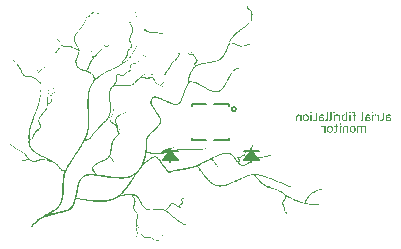
<source format=gbr>
G04*
G04 #@! TF.GenerationSoftware,Altium Limited,Altium Designer,23.3.1 (30)*
G04*
G04 Layer_Color=32896*
%FSLAX44Y44*%
%MOMM*%
G71*
G04*
G04 #@! TF.SameCoordinates,607B9DED-B9D6-4049-9DE7-3198A38A4F88*
G04*
G04*
G04 #@! TF.FilePolarity,Positive*
G04*
G01*
G75*
%ADD10C,0.2000*%
%ADD13C,0.1270*%
%ADD15C,0.1524*%
G36*
X191011Y346378D02*
X190770Y346138D01*
X190369Y346218D01*
X190289Y346779D01*
X190369Y346859D01*
X190530Y347180D01*
X190931Y347260D01*
X191011Y346378D01*
D02*
G37*
G36*
X159267Y346539D02*
Y346378D01*
X159427Y346058D01*
X159187Y345817D01*
X158546Y345978D01*
X158465Y346539D01*
X159187Y346619D01*
X159267Y346539D01*
D02*
G37*
G36*
X190851Y345096D02*
X190770Y344855D01*
X190530Y344935D01*
Y345096D01*
Y345256D01*
X190610Y345336D01*
X190851Y345096D01*
D02*
G37*
G36*
X191732Y344054D02*
X191812Y343172D01*
X191572Y342931D01*
X191171Y343012D01*
X191011Y343813D01*
Y343974D01*
X191251Y344214D01*
X191732Y344054D01*
D02*
G37*
G36*
X155500Y347100D02*
X155580Y347020D01*
X155660Y346940D01*
X156301Y346779D01*
X156943Y346940D01*
X157584Y346779D01*
X157664Y346699D01*
X155580Y346539D01*
X155019Y346298D01*
X153896Y345497D01*
X153095Y345336D01*
X152774Y344855D01*
X152453Y344695D01*
X152213Y344454D01*
X152053Y344134D01*
X151091Y343332D01*
X150449Y343172D01*
X150129Y343012D01*
X149969Y342691D01*
X149728Y342450D01*
X148526Y342531D01*
X148686Y343172D01*
X150129Y343332D01*
X150289Y343653D01*
X150530Y343893D01*
X151331Y344374D01*
X151812Y344855D01*
X152133Y345016D01*
X152614Y345497D01*
X152934Y345657D01*
X153335Y346218D01*
X153576Y346459D01*
X153896Y346619D01*
X154217Y346940D01*
X155019Y347260D01*
X155500Y347100D01*
D02*
G37*
G36*
X190049Y341248D02*
X189808Y341168D01*
X189728Y341248D01*
X189969Y341488D01*
X190049Y341248D01*
D02*
G37*
G36*
X189087Y340607D02*
X188846Y340366D01*
X188285Y340446D01*
X188365Y340687D01*
X188686Y340847D01*
X188846D01*
X189087Y340607D01*
D02*
G37*
G36*
X185400Y341569D02*
X185560Y340927D01*
X185400Y339966D01*
X185159Y339885D01*
X185079Y340927D01*
Y341088D01*
X185159Y341649D01*
X185400Y341569D01*
D02*
G37*
G36*
X187644Y339966D02*
X187484Y339645D01*
X187404Y339565D01*
X186923Y339725D01*
X186842Y339805D01*
X187083Y340046D01*
X187644Y339966D01*
D02*
G37*
G36*
X148526Y340446D02*
X148365Y339645D01*
X148285Y339565D01*
X148205Y339645D01*
Y339805D01*
X148285Y340687D01*
X148526Y340446D01*
D02*
G37*
G36*
X186442Y339404D02*
X186522Y338683D01*
X186121Y337962D01*
X185800Y338122D01*
X185560Y338843D01*
X185720Y339484D01*
X185961Y339565D01*
X186121D01*
X186442Y339404D01*
D02*
G37*
G36*
X147884Y338683D02*
X147804Y337962D01*
X147724Y337881D01*
X147323Y337801D01*
X147243Y338362D01*
X147484Y338763D01*
X147884Y338683D01*
D02*
G37*
G36*
X200069Y331869D02*
X200710Y331709D01*
X201352Y331068D01*
X202313Y330907D01*
X203276Y330266D01*
X205841Y330106D01*
X209528Y329945D01*
X210089Y329545D01*
X210009Y329144D01*
X205841D01*
X204237Y329304D01*
X202794Y329464D01*
X202313Y329945D01*
X201352Y330106D01*
X200871Y330587D01*
X199588Y331068D01*
X199107Y331549D01*
X198145Y331709D01*
X198065Y332591D01*
X198786Y332671D01*
X200069Y331869D01*
D02*
G37*
G36*
X217624Y328903D02*
X216422Y328823D01*
X216342Y328903D01*
X217063Y329144D01*
X217544D01*
X217624Y328903D01*
D02*
G37*
G36*
X213296Y329224D02*
X214658Y328983D01*
X214899Y328743D01*
X214177Y328503D01*
X213055Y328663D01*
X211131D01*
X211051Y328743D01*
X210570Y329064D01*
X210650Y329304D01*
X211292Y329464D01*
X213296Y329224D01*
D02*
G37*
G36*
X193095Y321529D02*
X193015Y321448D01*
X192935Y321689D01*
Y321849D01*
X193015Y321929D01*
X193095Y321529D01*
D02*
G37*
G36*
X124718Y324815D02*
X124878Y324174D01*
X125199Y323853D01*
X125519Y323693D01*
X126000Y323212D01*
X126321Y323051D01*
X126401Y322651D01*
X126481Y322571D01*
X126802Y322250D01*
X127042Y322170D01*
X127203Y321529D01*
X126962Y320967D01*
X126642Y321128D01*
X126321Y322410D01*
X125840Y322571D01*
X125519Y323212D01*
X125199Y323372D01*
X124958Y323613D01*
X124798Y323933D01*
X124157Y324254D01*
X124076Y324975D01*
X124718Y324815D01*
D02*
G37*
G36*
X192454Y320406D02*
Y319925D01*
X192374Y319845D01*
X192213Y319685D01*
X191973Y319925D01*
X192213Y320486D01*
X192454Y320406D01*
D02*
G37*
G36*
X170249Y319845D02*
X170490Y319605D01*
Y319444D01*
X170570Y319364D01*
X170650Y319284D01*
X170570Y319204D01*
X169448Y319845D01*
X169928Y320005D01*
X170249Y319845D01*
D02*
G37*
G36*
X168245Y318963D02*
X168005Y318723D01*
X167524D01*
X167444Y318963D01*
X167684Y319204D01*
X168165Y319364D01*
X168245Y318963D01*
D02*
G37*
G36*
X127764Y320326D02*
X128084Y319524D01*
X128966Y319124D01*
X128806Y318643D01*
X128405Y318563D01*
X128245D01*
X127203Y319605D01*
X127283Y320486D01*
X127764Y320326D01*
D02*
G37*
G36*
X164638Y319204D02*
X164718Y318643D01*
X163916Y318322D01*
X163836Y318242D01*
X163596Y318322D01*
X163756Y319124D01*
X163997Y319364D01*
X164638Y319204D01*
D02*
G37*
G36*
X166722Y318402D02*
X167123Y318322D01*
X167043Y318082D01*
X166401Y317921D01*
X165039Y318001D01*
Y318482D01*
X165119Y318563D01*
X166722Y318402D01*
D02*
G37*
G36*
X191652Y318643D02*
X191492Y317841D01*
X191412Y317761D01*
X191251D01*
X191171Y318322D01*
X191412Y318723D01*
X191652Y318643D01*
D02*
G37*
G36*
X129127Y317040D02*
X128726Y316478D01*
X126882Y316558D01*
X126161Y316318D01*
X125840Y316158D01*
X125599Y315757D01*
Y315597D01*
X125359Y315356D01*
X124798Y315436D01*
X124958Y316077D01*
X125359Y316478D01*
X125599Y316558D01*
X125760Y316879D01*
X126481Y317120D01*
X127283Y316799D01*
X127764Y316959D01*
X128886Y317120D01*
X129127Y317040D01*
D02*
G37*
G36*
X163275D02*
X163195Y316959D01*
X162874Y316639D01*
X162634Y316719D01*
X162794Y317520D01*
X163195Y317601D01*
X163275Y317040D01*
D02*
G37*
G36*
X191011Y316879D02*
X190851Y316238D01*
X190610Y315997D01*
X190369Y316077D01*
Y316238D01*
X190530Y317040D01*
X190770Y317120D01*
X191011Y316879D01*
D02*
G37*
G36*
X148686Y316077D02*
X148606Y315997D01*
X148445D01*
X148365Y316238D01*
X148445Y316318D01*
X148686Y316077D01*
D02*
G37*
G36*
X150209Y315196D02*
X150930Y315116D01*
X149407Y315035D01*
X149327Y315276D01*
X149568Y315356D01*
X149728D01*
X150209Y315196D01*
D02*
G37*
G36*
X154618Y314795D02*
X154538Y314715D01*
X154297Y314795D01*
X154458Y315276D01*
X154538Y315356D01*
X154618Y314795D01*
D02*
G37*
G36*
X190209Y315436D02*
X190049Y314635D01*
X189808Y314394D01*
X189568Y314474D01*
Y314635D01*
Y314795D01*
X189728Y315436D01*
X189969Y315677D01*
X190209Y315436D01*
D02*
G37*
G36*
X189408Y314154D02*
X189328Y313432D01*
X189247Y313352D01*
X189007Y313112D01*
X188766Y313192D01*
X188927Y313993D01*
X189167Y314234D01*
X189408Y314154D01*
D02*
G37*
G36*
X153415Y314555D02*
X153896Y314394D01*
X154217Y314234D01*
X154297Y313673D01*
X153896Y313112D01*
X153576Y313272D01*
X153095Y314074D01*
X152774Y314234D01*
X152534Y314474D01*
Y314635D01*
X152614Y314715D01*
X153415Y314555D01*
D02*
G37*
G36*
X124798Y314955D02*
Y314795D01*
X124638Y314314D01*
X124076Y313913D01*
X123836Y313352D01*
X123435Y312951D01*
X122874Y313031D01*
X123034Y313993D01*
X123996Y314154D01*
X124157Y314635D01*
X124317Y314955D01*
X124718Y315035D01*
X124798Y314955D01*
D02*
G37*
G36*
X153976Y312230D02*
Y312069D01*
X154057Y311989D01*
X154137Y311749D01*
X153976Y311268D01*
X153896Y310867D01*
X153576Y311027D01*
X153496Y312230D01*
X153736Y312470D01*
X153976Y312230D01*
D02*
G37*
G36*
X197824Y310867D02*
X197905Y310306D01*
X197023Y310065D01*
X196622Y310146D01*
X196782Y310787D01*
X196863Y310867D01*
X197023D01*
X197504Y311027D01*
X197824Y310867D01*
D02*
G37*
G36*
X199668Y309665D02*
X198786Y309585D01*
X198706Y309665D01*
Y309825D01*
X199428Y309905D01*
X199668Y309665D01*
D02*
G37*
G36*
X195500Y308863D02*
Y308703D01*
Y308542D01*
X195340Y308222D01*
X195099Y308142D01*
X195019Y308703D01*
X195259Y308943D01*
X195500Y308863D01*
D02*
G37*
G36*
X194698Y307420D02*
X194538Y306618D01*
X194297Y306538D01*
X194217Y307260D01*
X194378Y307420D01*
X194458Y307500D01*
X194698Y307420D01*
D02*
G37*
G36*
X194057Y305817D02*
X193817Y305416D01*
X193576Y305336D01*
X193416Y305015D01*
X193015Y304615D01*
X192694Y304454D01*
X192374Y304134D01*
X191732Y303973D01*
X191492Y304214D01*
X191572Y304454D01*
X192614Y304855D01*
Y305015D01*
X192694Y305096D01*
X193175Y305576D01*
X193416Y305657D01*
X193576Y306138D01*
X193977Y306378D01*
X194057Y305817D01*
D02*
G37*
G36*
X189969Y303813D02*
X190851Y303893D01*
X190690Y303572D01*
X189808Y303332D01*
X188205Y303172D01*
X188125Y303252D01*
X188526Y303813D01*
X188686D01*
X188766Y303893D01*
X189488Y303973D01*
X189969Y303813D01*
D02*
G37*
G36*
X285601Y352471D02*
X285761Y351188D01*
X287605Y349344D01*
X287925Y349184D01*
X288406Y348703D01*
X288727Y348543D01*
X288967Y348302D01*
X289128Y347982D01*
X289448Y347821D01*
X289769Y346699D01*
X289849Y345497D01*
X289689Y344855D01*
X289529Y342771D01*
X289128Y341569D01*
X289368Y341328D01*
X289689Y341168D01*
X289769Y340286D01*
X289048Y339404D01*
X288807Y339324D01*
X288647Y339003D01*
X288246Y338603D01*
X288006Y338523D01*
X287845Y338202D01*
X287444Y337801D01*
X287124Y337641D01*
X286483Y337000D01*
X286162Y336839D01*
X285681Y336358D01*
X285360Y336198D01*
X284719Y335557D01*
X284398Y335396D01*
X283757Y334755D01*
X283036Y334354D01*
X282955Y334114D01*
X281913Y333553D01*
X281833Y333312D01*
X281031Y332831D01*
X280550Y332350D01*
X280070Y332190D01*
X279589Y331709D01*
X278867Y331308D01*
X278787Y331068D01*
X277985Y330587D01*
X277665Y330106D01*
X277344Y329945D01*
X276703Y329304D01*
X276382Y329144D01*
X275741Y328503D01*
X275420Y328342D01*
X273577Y326498D01*
X273096Y325697D01*
X272615Y325216D01*
X272454Y324735D01*
X271973Y324414D01*
X271813Y323613D01*
X271172Y322971D01*
X271011Y322330D01*
X270851Y322009D01*
X271412Y321448D01*
X272695Y321609D01*
X273657Y320967D01*
X274779Y320807D01*
X275260Y320326D01*
X276542Y320005D01*
X277024Y319524D01*
X277665Y319364D01*
X278547Y319124D01*
X279909Y318563D01*
X281432Y318482D01*
X283116Y319204D01*
X283757Y319364D01*
X285040Y319524D01*
X285360Y319845D01*
X286001Y320005D01*
X287525Y320086D01*
X287685Y319925D01*
X287284Y319524D01*
X285520Y319364D01*
X284398Y318723D01*
X283757Y318563D01*
X282635Y318402D01*
X281833Y318082D01*
X280310Y318001D01*
X278867Y318162D01*
X277985Y318563D01*
X276863Y318723D01*
X276382Y319204D01*
X275741Y319364D01*
X275260Y319524D01*
X274939Y319845D01*
X273015Y320326D01*
X271572Y320967D01*
X270931Y320807D01*
X270530Y320406D01*
X270370Y320086D01*
X269809Y319685D01*
X269569Y318963D01*
X269408Y318162D01*
X268927Y317681D01*
X268687Y316158D01*
X268126Y315597D01*
X267805Y314314D01*
X267324Y313833D01*
X267164Y312711D01*
X266603Y312310D01*
X266442Y311669D01*
X265240Y309985D01*
X264518Y309104D01*
X263717Y308142D01*
X263236Y307661D01*
X262915Y307500D01*
X262434Y307019D01*
X261953Y306859D01*
X261713Y306618D01*
X261633Y306378D01*
X260350Y306057D01*
X260029Y305576D01*
X258907Y305416D01*
X258426Y305256D01*
X258106Y304935D01*
X257464Y304775D01*
X255861Y304615D01*
X255220Y304454D01*
X254899Y304134D01*
X254258Y303973D01*
X250570Y303813D01*
X250089Y303332D01*
X248967Y303172D01*
X246402Y303011D01*
X245921Y302530D01*
X244799Y302370D01*
X243997Y302210D01*
X243677Y301889D01*
X242875Y301568D01*
X242234Y301408D01*
X241753Y300927D01*
X241272Y300767D01*
X241031Y300526D01*
X240871Y300206D01*
X240310Y299805D01*
X240149Y299484D01*
X239829Y299324D01*
X239588Y299083D01*
X239107Y298282D01*
X238546Y297079D01*
X238226Y296919D01*
X237985Y296037D01*
X237825Y295396D01*
X237344Y294915D01*
X237023Y293151D01*
X236542Y292029D01*
X236382Y290105D01*
X236061Y289785D01*
X235741Y288983D01*
X235901Y288021D01*
X236302Y287941D01*
X236943Y288582D01*
X240310Y288422D01*
X241111Y287941D01*
X242394Y287781D01*
X242875Y287300D01*
X243516Y287139D01*
X244318Y286819D01*
X244639Y286498D01*
X245280Y286338D01*
X245600Y286178D01*
X246081Y285697D01*
X246963Y285456D01*
X247524Y284895D01*
X248406Y284655D01*
X248727Y284334D01*
X248807Y284093D01*
X249689Y283853D01*
X250089Y283452D01*
X251131Y283051D01*
X251532Y282650D01*
X252174Y282490D01*
X252494Y282330D01*
X252975Y281849D01*
X254017Y281608D01*
X254578Y281047D01*
X255701Y280887D01*
X256021Y280727D01*
X256502Y280246D01*
X258106Y280085D01*
X261152Y280246D01*
X261793Y280887D01*
X262434Y281047D01*
X262675Y281288D01*
X262835Y281608D01*
X263316Y281929D01*
X263476Y282250D01*
X263717Y282490D01*
X264037Y282650D01*
X264358Y283292D01*
X264679Y283452D01*
X264999Y284254D01*
X265560Y284815D01*
X265881Y285616D01*
X266202Y285937D01*
X266603Y286979D01*
X267164Y287540D01*
X267324Y288342D01*
X267805Y288823D01*
X267965Y289464D01*
X268126Y289945D01*
X268366Y290186D01*
X268607Y290266D01*
X268847Y291308D01*
X269408Y291869D01*
X269569Y292671D01*
X270210Y293312D01*
X270450Y294194D01*
X271011Y294755D01*
X271172Y295396D01*
X271412Y295637D01*
X271653Y295717D01*
X272054Y296598D01*
X272374Y296759D01*
X272935Y297640D01*
X273977Y298683D01*
X274298Y298843D01*
X274779Y299324D01*
X275420Y299484D01*
X275821Y299725D01*
X275901Y299965D01*
X276542Y300126D01*
X278707Y300206D01*
X278867Y299885D01*
X278466Y299484D01*
X277344Y299324D01*
X276062Y299164D01*
X275581Y298683D01*
X274779Y298202D01*
X274298Y297721D01*
X273977Y297560D01*
X273577Y297160D01*
X273416Y296839D01*
X272775Y296198D01*
X272374Y295476D01*
X272054Y295316D01*
X271572Y294354D01*
X271172Y293953D01*
X271011Y293151D01*
X270771Y292911D01*
X270530Y292831D01*
X270370Y292190D01*
X269969Y291468D01*
X269729Y291388D01*
X269488Y290346D01*
X268927Y289785D01*
X268767Y288823D01*
X268526Y288582D01*
X268206Y288422D01*
X268046Y287620D01*
X267324Y286578D01*
X267164Y285937D01*
X266522Y285296D01*
X266362Y284655D01*
X265881Y284174D01*
X265721Y283532D01*
X265320Y283131D01*
X265079Y283051D01*
X264599Y282250D01*
X264278Y281929D01*
X264118Y281608D01*
X263556Y281208D01*
X263396Y280887D01*
X262675Y280486D01*
X262514Y280166D01*
X261713Y279845D01*
X261152Y279284D01*
X256342Y279444D01*
X255861Y279925D01*
X255220Y280085D01*
X254418Y280246D01*
X253937Y280727D01*
X252975Y280887D01*
X252334Y281528D01*
X251372Y281688D01*
X251131Y281929D01*
X251051Y282169D01*
X249769Y282650D01*
X249608Y282971D01*
X248566Y283372D01*
X248165Y283773D01*
X247364Y284093D01*
X247043Y284414D01*
X246001Y284815D01*
X245440Y285376D01*
X244478Y285536D01*
X243837Y286178D01*
X242875Y286338D01*
X241913Y286979D01*
X240791Y287139D01*
X239989Y287460D01*
X238707Y287781D01*
X236943Y287620D01*
X235580Y286578D01*
X235500Y286338D01*
X235180Y286178D01*
X234939Y285937D01*
X234779Y285135D01*
X234298Y284655D01*
X233977Y283372D01*
X233496Y282891D01*
X233256Y281368D01*
X232855Y280967D01*
X232694Y280326D01*
X232534Y279043D01*
X232053Y278562D01*
X231893Y277921D01*
X231733Y276638D01*
X231252Y276157D01*
X231091Y275516D01*
X230931Y274554D01*
X230450Y274073D01*
X230129Y272791D01*
X229648Y272310D01*
X229328Y271508D01*
X228687Y270546D01*
X228526Y270226D01*
X228045Y269905D01*
X227885Y269584D01*
X227644Y269344D01*
X226843Y269023D01*
X226522Y268702D01*
X225881Y268542D01*
X222835Y268702D01*
X222514Y269023D01*
X221231Y269344D01*
X220430Y269504D01*
X219949Y269985D01*
X218827Y270145D01*
X218346Y270626D01*
X217704Y270787D01*
X215620Y271749D01*
X215300Y271909D01*
X214979Y272229D01*
X214338Y272390D01*
X213536Y272871D01*
X212734Y273192D01*
X212093Y273352D01*
X211612Y273833D01*
X210490Y273993D01*
X210169Y274153D01*
X209849Y274474D01*
X209207Y274634D01*
X206161Y274795D01*
X205280Y274073D01*
X204959Y273753D01*
X204799Y273432D01*
X204317Y272630D01*
X204478Y270226D01*
X204799Y269905D01*
X204959Y269264D01*
X205119Y268462D01*
X205440Y268141D01*
X205841Y267099D01*
X206402Y266538D01*
X206803Y265496D01*
X207123Y265336D01*
X207684Y264454D01*
X208005Y264133D01*
X208165Y263492D01*
X208807Y262851D01*
X208967Y262530D01*
X209608Y261889D01*
X209769Y261248D01*
X210250Y260767D01*
X210650Y260045D01*
X210971Y259885D01*
X211452Y258602D01*
X211692Y258522D01*
X212173Y257239D01*
X212494Y256919D01*
X212654Y256278D01*
X212494Y254033D01*
X212013Y253552D01*
X211772Y252670D01*
X211051Y251949D01*
X210891Y251628D01*
X210570Y251308D01*
X210410Y250987D01*
X210169Y250586D01*
X209849Y250426D01*
X209448Y249865D01*
X207123Y247540D01*
X206803Y247380D01*
X206482Y246899D01*
X206161Y246738D01*
X205360Y245937D01*
X205119Y245857D01*
X204959Y245536D01*
X204718Y245296D01*
X204398Y245135D01*
X203997Y244574D01*
X203676Y244414D01*
X203516Y244093D01*
X203276Y243692D01*
X202955Y243532D01*
X202394Y242650D01*
X201752Y242009D01*
X201592Y241688D01*
X201271Y241368D01*
X201111Y240726D01*
X200871Y239684D01*
X200630Y238802D01*
X200470Y235756D01*
X200310Y235115D01*
X200229Y229584D01*
X200550Y229263D01*
X201672Y228782D01*
X202313Y228622D01*
X203917Y228462D01*
X205039Y227981D01*
X207604Y227820D01*
X211292Y227981D01*
X212654Y229023D01*
X212734Y229263D01*
X213456Y229664D01*
X213616Y229985D01*
X214338Y230225D01*
X214658Y230385D01*
X215139Y230867D01*
X216181Y231107D01*
X216582Y231508D01*
X217223Y231668D01*
X218506Y231828D01*
X219308Y232149D01*
X221793Y232390D01*
X222594Y232710D01*
X222995Y232790D01*
X223797Y232309D01*
X224197Y232229D01*
X224919Y232309D01*
X224999Y232229D01*
X224759Y231989D01*
X223235Y231748D01*
X219708Y231588D01*
X218666Y231027D01*
X218025Y230867D01*
X216823Y230626D01*
X216262Y230225D01*
X215781Y230065D01*
X215139Y229905D01*
X214658Y229424D01*
X214017Y229263D01*
X213696Y229103D01*
X213456Y228221D01*
X213696Y228141D01*
X214498Y228462D01*
X215139Y228622D01*
X216422Y228782D01*
X217544Y229263D01*
X218185Y229424D01*
X219628Y229584D01*
X220430Y230065D01*
X222033Y230225D01*
X223075Y230626D01*
X223797Y230867D01*
X226362Y231027D01*
X226843Y231187D01*
X227484Y231348D01*
X231171Y231508D01*
X231652Y231668D01*
X237504Y231428D01*
X244478Y231348D01*
X244959Y231508D01*
X248326Y231668D01*
X248807Y231508D01*
X249288Y231668D01*
X249929Y231828D01*
X250651Y231748D01*
X249929Y231027D01*
X246402Y230867D01*
X239508Y230706D01*
X234298Y230786D01*
X230129Y230626D01*
X228526Y230305D01*
X226602Y230145D01*
X224037Y229985D01*
X223396Y229824D01*
X222995Y229424D01*
X221873Y229263D01*
X220590Y229103D01*
X220270Y228782D01*
X218987Y228462D01*
X217544Y228301D01*
X217063Y227820D01*
X214498Y227660D01*
X213696Y227179D01*
X210250Y226939D01*
X206803Y226858D01*
X206322Y227019D01*
X203596Y227179D01*
X203276Y227500D01*
X201352Y227820D01*
X200470Y228061D01*
X199909Y228141D01*
X199668Y227901D01*
X199508Y226778D01*
X199348Y224534D01*
X198867Y223412D01*
X198706Y222289D01*
X198546Y221648D01*
X198065Y220846D01*
X197905Y220205D01*
X198065Y219884D01*
X198305Y219804D01*
X200229Y221728D01*
X201031Y222209D01*
X201913Y222931D01*
X202153Y223171D01*
X202955Y223652D01*
X204398Y224454D01*
X205199Y224774D01*
X206001Y225255D01*
X206803Y225576D01*
X208406Y225416D01*
X209207Y224614D01*
X209528Y224454D01*
X209688Y224133D01*
X210009Y223973D01*
X210891Y223091D01*
X211051Y222770D01*
X212013Y221808D01*
X212173Y221488D01*
X212654Y221007D01*
X212815Y220365D01*
X213296Y219884D01*
X213456Y219564D01*
X214258Y218762D01*
X214418Y218121D01*
X214739Y217800D01*
X214899Y217480D01*
X215620Y216598D01*
X216582Y214995D01*
X216742Y214674D01*
X217063Y214514D01*
X217304Y214273D01*
X217464Y213953D01*
X217945Y213632D01*
X218105Y213311D01*
X218987Y212430D01*
X219468Y212269D01*
X219949Y212430D01*
X221071Y212590D01*
X221392Y212910D01*
X222674Y213231D01*
X224117Y213391D01*
X225240Y213872D01*
X226843Y214033D01*
X227965Y214193D01*
X229087Y214674D01*
X231813Y214834D01*
X232935Y215315D01*
X233576Y215476D01*
X235821Y215636D01*
X237264Y216277D01*
X239027Y216437D01*
X239348Y216758D01*
X240149Y217079D01*
X241592Y217239D01*
X242073Y217720D01*
X243356Y217880D01*
X243837Y218361D01*
X245360Y218923D01*
X245600Y219163D01*
X246883Y219644D01*
X247204Y219965D01*
X248246Y220365D01*
X249288Y220927D01*
X249608Y221087D01*
X250410Y221568D01*
X251532Y222209D01*
X252013Y222369D01*
X252815Y222850D01*
X253136Y223171D01*
X254097Y223331D01*
X254418Y223812D01*
X255701Y224133D01*
X256021Y224614D01*
X256663Y224774D01*
X257144Y224935D01*
X257624Y225416D01*
X258587Y225576D01*
X259548Y226217D01*
X260590Y226458D01*
X261633Y227019D01*
X262915Y227179D01*
X264358Y227820D01*
X269488Y227981D01*
X269969Y227820D01*
X271412Y227660D01*
X271893Y227179D01*
X272695Y226698D01*
X274218Y225175D01*
X274378Y224854D01*
X275019Y224213D01*
X275180Y223892D01*
X275661Y223412D01*
X275981Y222610D01*
X276462Y222129D01*
X276623Y221808D01*
X277264Y221167D01*
X277424Y220365D01*
X278146Y220285D01*
X278547Y220686D01*
X278627Y221889D01*
X278466Y222209D01*
X278146Y222369D01*
X277905Y222610D01*
X277745Y222931D01*
X277504Y223171D01*
X277184Y223331D01*
X276783Y223732D01*
X276623Y224373D01*
X276703Y224614D01*
X277825Y224935D01*
X279188Y224854D01*
X281031Y226217D01*
X282635Y226378D01*
X282875Y226618D01*
X282555Y227420D01*
X283036Y228221D01*
X284478Y229664D01*
X284238Y230546D01*
X284158Y230626D01*
X284398Y230867D01*
X284799Y230466D01*
X284879Y230225D01*
X285841Y230065D01*
X286402Y230466D01*
X286483Y230706D01*
X287284Y231027D01*
X287605Y231187D01*
X288006Y231748D01*
X288246Y231989D01*
X288567Y232149D01*
X288887Y232951D01*
X289048Y233271D01*
X289368Y233432D01*
X289609Y234313D01*
X289769Y234794D01*
X290009Y235035D01*
X290250Y234955D01*
X290090Y233512D01*
X289609Y233191D01*
X289448Y232229D01*
X288807Y231588D01*
X288406Y230867D01*
X287925Y230706D01*
X287284Y230065D01*
X286483Y229905D01*
X286162Y229424D01*
X285520Y229263D01*
X284719Y228782D01*
X283517Y227580D01*
X283597Y226378D01*
X283436Y225736D01*
X283116Y225416D01*
X281192Y225255D01*
X280550Y224614D01*
X280230Y224454D01*
X279909Y224133D01*
X279268Y223973D01*
X278306Y224133D01*
X278066Y223892D01*
X278226Y223251D01*
X279028Y222770D01*
X279188Y222450D01*
X279508Y222289D01*
X279669Y221488D01*
X279508Y221007D01*
X279348Y220686D01*
X278707Y220045D01*
X279188Y219243D01*
X279909Y218522D01*
X280230Y218361D01*
X280711Y217880D01*
X283116Y218041D01*
X283597Y218522D01*
X284639Y218762D01*
X285200Y219323D01*
X286001Y219804D01*
X286322Y220125D01*
X286963Y220285D01*
X287204Y220526D01*
X287284Y220766D01*
X288086Y221247D01*
X288567Y221728D01*
X289208Y221889D01*
X289689Y222369D01*
X290490Y222690D01*
X290651Y223011D01*
X291292Y223171D01*
X292094Y223331D01*
X292575Y223812D01*
X293697Y223973D01*
X295541Y224213D01*
X295781Y224454D01*
X296903Y224774D01*
X297545Y224614D01*
X298587Y224854D01*
X299388Y225015D01*
X299629Y225255D01*
X300270Y225416D01*
X302194Y225576D01*
X302675Y225736D01*
X302996Y225896D01*
X303797Y226217D01*
X305320Y226137D01*
X304919Y225736D01*
X303797Y225416D01*
X302835Y225576D01*
X302354Y224935D01*
X300751Y224774D01*
X300110Y224614D01*
X299148Y224454D01*
X298827Y224133D01*
X298186Y223973D01*
X295701Y223732D01*
X295300Y223331D01*
X294178Y223171D01*
X292735Y223011D01*
X291773Y222369D01*
X290811Y222209D01*
X290571Y221969D01*
X290490Y221728D01*
X289849Y221568D01*
X289529Y221408D01*
X289208Y220927D01*
X288326Y220526D01*
X288166Y220205D01*
X287364Y219884D01*
X286963Y219323D01*
X286162Y218842D01*
X285841Y218522D01*
X285040Y218361D01*
X284639Y217800D01*
X283677Y217640D01*
X282795Y217079D01*
X282154Y216919D01*
X281352Y217079D01*
X280871Y216919D01*
X280310Y217159D01*
X280150Y217480D01*
X279428Y217720D01*
X279108Y217880D01*
X277264Y219724D01*
X277104Y220045D01*
X276542Y220285D01*
X276062Y221247D01*
X275661Y221648D01*
X275500Y222129D01*
X274859Y222770D01*
X274699Y223091D01*
X274058Y223732D01*
X273897Y224213D01*
X273416Y224694D01*
X273176Y225255D01*
X272855Y225416D01*
X272054Y226217D01*
X271572Y226378D01*
X271092Y226858D01*
X269969Y227019D01*
X264198Y226858D01*
X263717Y226378D01*
X263076Y226217D01*
X261633Y226057D01*
X261152Y225576D01*
X260510Y225416D01*
X259709Y225255D01*
X259228Y224774D01*
X258025Y224534D01*
X257624Y224133D01*
X256342Y223652D01*
X256101Y223412D01*
X256422Y222610D01*
X257224Y221808D01*
X257544Y221007D01*
X258025Y220526D01*
X258186Y219724D01*
X258426Y219484D01*
X258747Y219323D01*
X259067Y219003D01*
X259308Y218923D01*
X259148Y218121D01*
X259468Y217319D01*
X259548Y217079D01*
X260270Y216678D01*
X260430Y216197D01*
X260991Y215957D01*
X261071Y215716D01*
X260671Y215636D01*
X260190Y216117D01*
X259468Y216518D01*
X259308Y216999D01*
X258827Y217319D01*
X258667Y217961D01*
X258186Y218442D01*
X258025Y219083D01*
X257865Y219403D01*
X257624Y219644D01*
X257384Y219724D01*
X257224Y220365D01*
X257063Y220686D01*
X256823Y220927D01*
X256582Y221007D01*
X256422Y221327D01*
X255781Y222289D01*
X255620Y222610D01*
X255380Y222850D01*
X254578Y222690D01*
X253777Y222369D01*
X253456Y222209D01*
X252815Y221568D01*
X252013Y221408D01*
X251372Y220766D01*
X250570Y220606D01*
X250089Y220125D01*
X249448Y219965D01*
X249128Y219804D01*
X248807Y219484D01*
X248005Y219163D01*
X244959Y217720D01*
X244077Y217319D01*
X243917Y216678D01*
X244077Y216357D01*
X244799Y215476D01*
X245119Y214834D01*
X245440Y214674D01*
X245681Y214433D01*
X245841Y214113D01*
X246482Y213472D01*
X246642Y212830D01*
X247284Y212189D01*
X247444Y211708D01*
X248005Y211307D01*
X248566Y210425D01*
X248887Y210105D01*
X249047Y209624D01*
X249528Y209143D01*
X249689Y208822D01*
X250490Y208021D01*
X250570Y207780D01*
X250891Y207620D01*
X251131Y207379D01*
X251292Y207059D01*
X251773Y206578D01*
X251933Y206257D01*
X252174Y205856D01*
X252494Y205696D01*
X252735Y205455D01*
X252895Y205135D01*
X253296Y204734D01*
X253536Y204654D01*
X253697Y204333D01*
X253937Y204093D01*
X254739Y203612D01*
X255059Y203291D01*
X255380Y203131D01*
X255620Y202890D01*
X255781Y202570D01*
X256743Y202089D01*
X256983Y201848D01*
X257624Y201688D01*
X258426Y201207D01*
X259228Y200886D01*
X262755Y200726D01*
X266442Y200886D01*
X268206Y201688D01*
X269328Y201848D01*
X269809Y202329D01*
X271172Y202570D01*
X271733Y203131D01*
X272935Y203371D01*
X273336Y203772D01*
X274458Y204093D01*
X274779Y204253D01*
X275260Y204734D01*
X276382Y204894D01*
X276703Y205375D01*
X277985Y205696D01*
X278306Y206177D01*
X279589Y206498D01*
X280070Y206979D01*
X281031Y207139D01*
X281513Y207620D01*
X282154Y207780D01*
X283036Y208021D01*
X283436Y208421D01*
X284078Y208582D01*
X285040Y208742D01*
X285360Y209063D01*
X286483Y209383D01*
X287765Y209544D01*
X288086Y209864D01*
X288727Y210025D01*
X291052Y210105D01*
X295220Y209944D01*
X295781Y209544D01*
X296262Y209383D01*
X298507Y209223D01*
X299468Y208582D01*
X301072Y208421D01*
X302034Y207780D01*
X303316Y207620D01*
X303797Y207139D01*
X304919Y206979D01*
X305400Y206818D01*
X305881Y206337D01*
X307164Y206177D01*
X307404Y205937D01*
X307485Y205696D01*
X308126Y205536D01*
X309008Y205295D01*
X309569Y204734D01*
X310691Y204574D01*
X311332Y203932D01*
X312455Y203772D01*
X312936Y203291D01*
X314378Y202971D01*
X314619Y202730D01*
X314699Y202489D01*
X316142Y202169D01*
X316463Y201688D01*
X317906Y201528D01*
X318547Y200886D01*
X319909Y200646D01*
X320310Y200245D01*
X320952Y200085D01*
X322234Y199924D01*
X323116Y199203D01*
X323437Y198882D01*
X323036Y198802D01*
X322555Y199283D01*
X320791Y199443D01*
X320150Y200085D01*
X318547Y200245D01*
X318306Y200485D01*
X318226Y200726D01*
X317585Y200886D01*
X316623Y201047D01*
X316142Y201528D01*
X314779Y201768D01*
X314378Y202329D01*
X313096Y202489D01*
X312455Y203131D01*
X311332Y203291D01*
X310851Y203772D01*
X309408Y204093D01*
X308927Y204574D01*
X307645Y204894D01*
X307164Y205375D01*
X305881Y205536D01*
X305400Y206017D01*
X304759Y206177D01*
X303877Y206417D01*
X303316Y206979D01*
X301713Y207139D01*
X301232Y207620D01*
X300110Y207780D01*
X299148Y207941D01*
X298827Y208261D01*
X297545Y208582D01*
X296102Y208742D01*
X295300Y209063D01*
X294018Y209223D01*
X293216Y209544D01*
X292655Y209303D01*
X292815Y208662D01*
X294418Y207059D01*
X294579Y206738D01*
X295060Y206257D01*
X295541Y205455D01*
X295861Y205135D01*
X296022Y204814D01*
X298346Y202489D01*
X298667Y202329D01*
X299629Y201688D01*
X300350Y201287D01*
X300431Y201047D01*
X301072Y200886D01*
X301553Y200726D01*
X302034Y200245D01*
X303316Y199924D01*
X303637Y199604D01*
X305561Y199123D01*
X306042Y198642D01*
X307485Y198482D01*
X308447Y197840D01*
X309729Y197680D01*
X310210Y197199D01*
X310851Y197039D01*
X311653Y196878D01*
X312134Y196397D01*
X313176Y196157D01*
X313737Y195596D01*
X314619Y195355D01*
X315180Y194794D01*
X315501Y194634D01*
X315982Y194153D01*
X316783Y193832D01*
X317264Y193351D01*
X317585Y193191D01*
X318226Y192550D01*
X318867Y192389D01*
X319188Y192229D01*
X319669Y191748D01*
X320471Y191427D01*
X320791Y191107D01*
X321593Y190786D01*
X322074Y190305D01*
X322715Y190145D01*
X323437Y189744D01*
X323517Y189503D01*
X324158Y189343D01*
X324639Y189183D01*
X325120Y188702D01*
X326322Y188461D01*
X326884Y187900D01*
X328166Y187740D01*
X328647Y187259D01*
X329288Y187099D01*
X330411Y186938D01*
X330892Y186457D01*
X332014Y186297D01*
X332896Y186057D01*
X333136Y185976D01*
X334018Y186537D01*
X334338Y187820D01*
X334659Y188141D01*
X335060Y189183D01*
X335381Y189343D01*
X335621Y189584D01*
X335781Y190065D01*
X336262Y190546D01*
X336743Y191347D01*
X337224Y191828D01*
X337385Y192149D01*
X337785Y192550D01*
X338026Y192630D01*
X338186Y192950D01*
X338427Y193191D01*
X338747Y193351D01*
X339389Y193993D01*
X339870Y194153D01*
X340351Y194634D01*
X341152Y194954D01*
X341473Y195435D01*
X342515Y195676D01*
X342916Y196077D01*
X343557Y196237D01*
X344519Y196397D01*
X345641Y196878D01*
X347164Y197119D01*
X347565Y197520D01*
X347886Y197359D01*
X348206Y197039D01*
X348848Y196878D01*
X354619Y196718D01*
X354699Y196638D01*
X353978Y196397D01*
X345641Y196237D01*
X345321Y195916D01*
X344519Y195596D01*
X343878Y195435D01*
X342996Y195195D01*
X342595Y194794D01*
X341553Y194393D01*
X341152Y193993D01*
X340511Y193832D01*
X339870Y193031D01*
X339549Y192870D01*
X337385Y190706D01*
X337224Y190385D01*
X336824Y189984D01*
X336583Y189904D01*
X336102Y189103D01*
X335781Y188301D01*
X335621Y187980D01*
X335140Y187500D01*
X334819Y186217D01*
X334659Y185736D01*
X334900Y185495D01*
X337144Y185335D01*
X337465Y185014D01*
X341473Y184854D01*
X343076Y184694D01*
X343717Y184854D01*
X345802Y184694D01*
X345882Y184453D01*
X345641Y184213D01*
X344519Y184053D01*
X339790Y183972D01*
X338186Y184133D01*
X337144Y184694D01*
X336022Y184534D01*
X334900Y184694D01*
X334258Y184854D01*
X333457Y185014D01*
X332976Y185495D01*
X331853Y185335D01*
X331373Y185495D01*
X330731Y185656D01*
X330411Y185976D01*
X329769Y186137D01*
X328487Y186297D01*
X328006Y186778D01*
X327365Y186938D01*
X326563Y187099D01*
X326082Y187580D01*
X325040Y187820D01*
X324479Y188221D01*
X323677Y188542D01*
X323357Y188702D01*
X323036Y189023D01*
X321994Y189423D01*
X320952Y189984D01*
X320631Y190145D01*
X319990Y190786D01*
X319348Y190946D01*
X318707Y191588D01*
X318226Y191427D01*
X317986Y191187D01*
X318146Y190065D01*
X317986Y189103D01*
X317505Y188622D01*
X317024Y187820D01*
X316543Y187500D01*
X316383Y186698D01*
X315902Y186377D01*
X315741Y185255D01*
X316222Y184453D01*
X316543Y183652D01*
X316703Y182690D01*
X317184Y182209D01*
X317264Y179243D01*
X317184Y179163D01*
X317906Y178281D01*
X318226Y177800D01*
X318948Y177560D01*
X318787Y176598D01*
X318467Y176277D01*
X318306Y175956D01*
X318226Y175876D01*
X317986Y176598D01*
X317825Y177239D01*
X317665Y177560D01*
X317184Y178041D01*
X317024Y178521D01*
X316543Y179002D01*
X316383Y182048D01*
X315741Y183011D01*
X315501Y184213D01*
X315100Y184614D01*
X314940Y185736D01*
X315100Y186377D01*
X315581Y186858D01*
X315741Y187660D01*
X315982Y187900D01*
X316222Y187980D01*
X316863Y189103D01*
X317184Y189423D01*
X317264Y192069D01*
X316944Y192389D01*
X316623Y192550D01*
X316302Y193031D01*
X315982Y193191D01*
X315340Y193832D01*
X314699Y193993D01*
X314218Y194473D01*
X313417Y194794D01*
X313096Y194954D01*
X312775Y195275D01*
X312134Y195435D01*
X310370Y196237D01*
X309569Y196397D01*
X309248Y196718D01*
X307966Y197039D01*
X307485Y197199D01*
X306362Y197680D01*
X305160Y197920D01*
X304759Y198321D01*
X304118Y198482D01*
X303316Y198642D01*
X302354Y199283D01*
X301392Y199443D01*
X300911Y199924D01*
X300270Y200085D01*
X299709Y200325D01*
X299629Y200566D01*
X299308Y200726D01*
X298426Y201448D01*
X297545Y202009D01*
X297224Y202329D01*
X296903Y202489D01*
X295701Y203692D01*
X295541Y204013D01*
X294899Y204654D01*
X294418Y205455D01*
X294098Y205776D01*
X293937Y206097D01*
X291693Y208341D01*
X291533Y208662D01*
X290972Y209223D01*
X290330Y209383D01*
X289048Y209223D01*
X288567Y209063D01*
X287925Y208902D01*
X287124Y208582D01*
X286001Y208421D01*
X285520Y208261D01*
X285200Y207941D01*
X284559Y207780D01*
X283517Y207540D01*
X283116Y207139D01*
X282474Y206979D01*
X281673Y206818D01*
X281352Y206337D01*
X280310Y206097D01*
X279749Y205696D01*
X278947Y205375D01*
X278466Y205215D01*
X277985Y204734D01*
X276943Y204494D01*
X276623Y204333D01*
X276542Y204093D01*
X275420Y203772D01*
X275100Y203612D01*
X274939Y203291D01*
X273657Y202971D01*
X273416Y202890D01*
X273256Y202570D01*
X272535Y202329D01*
X271733Y202169D01*
X271572Y201848D01*
X270450Y201528D01*
X269007Y200886D01*
X268046Y200726D01*
X267244Y200245D01*
X266122Y200085D01*
X264518Y199924D01*
X263717Y199604D01*
X261873Y199524D01*
X260590Y199684D01*
X260350Y199924D01*
X258747Y200085D01*
X257945Y200566D01*
X257464Y200726D01*
X256823Y200886D01*
X256182Y201528D01*
X255380Y201848D01*
X255059Y202169D01*
X254258Y202650D01*
X250170Y206738D01*
X250009Y207059D01*
X249528Y207540D01*
X249047Y208341D01*
X248727Y208662D01*
X248326Y209383D01*
X248085Y209464D01*
X247925Y209784D01*
X247284Y210425D01*
X246642Y211548D01*
X246242Y212269D01*
X245921Y212430D01*
X245681Y212670D01*
X245520Y212991D01*
X244879Y213632D01*
X244719Y214273D01*
X244077Y214914D01*
X243917Y215235D01*
X243276Y215876D01*
X243115Y216197D01*
X242875Y216437D01*
X242234Y216598D01*
X241913Y216437D01*
X241111Y216117D01*
X240310Y215957D01*
X239188Y215476D01*
X237745Y215315D01*
X236302Y214674D01*
X234218Y214514D01*
X232775Y213872D01*
X230049Y213712D01*
X228927Y213231D01*
X226843Y213071D01*
X225961Y212830D01*
X225079Y212430D01*
X222995Y212269D01*
X222033Y211628D01*
X220430Y211468D01*
X219628Y210987D01*
X218987Y211147D01*
X218506Y211628D01*
X218185Y211788D01*
X216342Y213632D01*
X216181Y213953D01*
X215700Y214433D01*
X215380Y215235D01*
X214899Y215716D01*
X214739Y216037D01*
X214258Y216518D01*
X213456Y217961D01*
X212734Y218842D01*
X212494Y219083D01*
X212334Y219724D01*
X211853Y220205D01*
X211452Y220927D01*
X211131Y221087D01*
X210730Y221648D01*
X210250Y222129D01*
X210089Y222450D01*
X208726Y223812D01*
X207925Y224293D01*
X207604Y224614D01*
X206803Y224454D01*
X206482Y224133D01*
X205360Y223812D01*
X205039Y223652D01*
X204558Y223171D01*
X203676Y222931D01*
X203276Y222530D01*
X202955Y222369D01*
X202073Y221648D01*
X200310Y220526D01*
X200229Y220285D01*
X199909Y220125D01*
X196462Y216678D01*
X196301Y216357D01*
X195821Y215876D01*
X195660Y215235D01*
X195019Y214594D01*
X194859Y214273D01*
X194057Y213472D01*
X193897Y213151D01*
X193576Y212830D01*
X193416Y212510D01*
X192935Y212029D01*
X192774Y211708D01*
X192053Y210826D01*
X191812Y210586D01*
X191332Y209784D01*
X190690Y208662D01*
X190369Y208341D01*
X190209Y208021D01*
X189728Y207540D01*
X189328Y206498D01*
X188606Y205776D01*
X188446Y205455D01*
X188125Y205135D01*
X187804Y204333D01*
X187484Y204013D01*
X187323Y203692D01*
X186682Y203051D01*
X186522Y202730D01*
X185881Y201608D01*
X185159Y200726D01*
X184758Y200325D01*
X183957Y198882D01*
X183315Y198241D01*
X183155Y197920D01*
X181873Y196638D01*
X181392Y195836D01*
X181071Y195516D01*
X180911Y195195D01*
X179067Y193351D01*
X178746Y193191D01*
X178345Y192950D01*
X178185Y192469D01*
X178426Y192229D01*
X179067Y192389D01*
X180269Y192630D01*
X181151Y193031D01*
X182273Y193191D01*
X184518Y193351D01*
X184999Y193512D01*
X187724Y193351D01*
X188205Y193191D01*
X189969Y193031D01*
X190289Y192710D01*
X191572Y192229D01*
X193416Y190385D01*
X193576Y190065D01*
X194057Y189584D01*
X194297Y188702D01*
X194859Y188301D01*
X195259Y187259D01*
X195660Y186858D01*
X195821Y186217D01*
X196301Y185736D01*
X196462Y185095D01*
X196622Y184774D01*
X197263Y184133D01*
X197424Y183491D01*
X197905Y183011D01*
X198065Y182690D01*
X199909Y180846D01*
X200871Y180686D01*
X201191Y180365D01*
X201833Y180205D01*
X204398Y180044D01*
X206001Y180205D01*
X208245Y180365D01*
X208566Y180686D01*
X210169Y180846D01*
X213536Y180686D01*
X213857Y180365D01*
X214498Y180205D01*
X215620Y180044D01*
X216342Y180445D01*
X216502Y180766D01*
X217143Y181087D01*
X217304Y181407D01*
X217544Y181648D01*
X217865Y181808D01*
X218266Y182369D01*
X218746Y182850D01*
X218987Y183411D01*
X219228Y183491D01*
X219708Y184293D01*
X220751Y185335D01*
X221392Y185495D01*
X223155Y185335D01*
X223636Y184854D01*
X224278Y184694D01*
X224598Y184534D01*
X224839Y184293D01*
X224919Y184053D01*
X225721Y183732D01*
X226121Y183171D01*
X226763Y182850D01*
X227244Y183331D01*
X227404Y183652D01*
X227644Y183892D01*
X227965Y184053D01*
X228366Y184614D01*
X229167Y184934D01*
X229568Y185335D01*
X230290Y185736D01*
X230370Y186778D01*
X230049Y187580D01*
X229648Y188301D01*
X229488Y188782D01*
X229729Y189183D01*
X230290Y189423D01*
X230530Y189984D01*
X232294Y189824D01*
X232374Y189584D01*
X231572Y189423D01*
X230610Y189263D01*
X230290Y188942D01*
X230129Y187820D01*
X230370Y187580D01*
X230690Y187419D01*
X230931Y187179D01*
X231091Y185736D01*
X230450Y185095D01*
X230370Y184854D01*
X229328Y184293D01*
X229167Y183972D01*
X228125Y183572D01*
X228045Y182530D01*
X228286Y182289D01*
X229007Y181888D01*
X228767Y181648D01*
X227324Y181808D01*
X226923Y182209D01*
X226843Y182449D01*
X225881Y182610D01*
X225640Y182850D01*
X225560Y183091D01*
X224919Y183251D01*
X224678Y183491D01*
X224598Y183732D01*
X223556Y184133D01*
X223155Y184534D01*
X222514Y184694D01*
X221071Y184534D01*
X220510Y183972D01*
X220350Y183652D01*
X219548Y182850D01*
X219388Y182530D01*
X218746Y181888D01*
X218586Y181407D01*
X217704Y180525D01*
X217464Y180445D01*
X217384Y180205D01*
X216742Y180044D01*
X216502Y179964D01*
X216662Y179163D01*
X217063Y178762D01*
X217865Y178441D01*
X218105Y178201D01*
X218185Y177960D01*
X219067Y177560D01*
X219228Y177239D01*
X219789Y176998D01*
X220430Y176357D01*
X220751Y176197D01*
X221392Y175555D01*
X221712Y175395D01*
X222354Y174754D01*
X222674Y174594D01*
X223155Y174113D01*
X223476Y173952D01*
X224117Y173311D01*
X224839Y172910D01*
X224999Y172589D01*
X225640Y172269D01*
X225801Y171948D01*
X226201Y171547D01*
X226682Y171387D01*
X227163Y170906D01*
X227484Y170746D01*
X228125Y170105D01*
X228606Y169944D01*
X229248Y169303D01*
X229889Y169143D01*
X230129Y168902D01*
X230290Y168582D01*
X231091Y168421D01*
X231572Y168100D01*
X231652Y167860D01*
X232294Y167700D01*
X233095Y167539D01*
X233336Y167139D01*
X232775Y166898D01*
X231813Y167219D01*
X231332Y167700D01*
X230530Y167860D01*
X230049Y168341D01*
X229007Y168742D01*
X228847Y169062D01*
X227885Y169543D01*
X227724Y169864D01*
X226763Y170345D01*
X226362Y170746D01*
X226041Y170906D01*
X225400Y171547D01*
X224919Y171708D01*
X224518Y172269D01*
X223957Y172509D01*
X223717Y172750D01*
X223636Y172990D01*
X222835Y173471D01*
X222514Y173792D01*
X222193Y173952D01*
X221552Y174594D01*
X221231Y174754D01*
X220590Y175395D01*
X220270Y175555D01*
X219789Y176036D01*
X218987Y176517D01*
X218666Y176838D01*
X217945Y177239D01*
X217785Y177560D01*
X216823Y178041D01*
X216582Y178441D01*
X215460Y179083D01*
X214979Y179243D01*
X214097Y179483D01*
X213857Y179724D01*
X213215Y179884D01*
X208245Y179724D01*
X207444Y179403D01*
X206322Y179243D01*
X201031Y179403D01*
X200550Y179884D01*
X199668Y180125D01*
X198947Y180686D01*
X198626Y180846D01*
X197584Y181888D01*
X197424Y182209D01*
X197103Y182530D01*
X196863Y183091D01*
X196542Y183251D01*
X195740Y184534D01*
X195580Y185175D01*
X194859Y185896D01*
X194698Y186858D01*
X194057Y187339D01*
X193817Y188221D01*
X193416Y188622D01*
Y188782D01*
X193335Y188862D01*
X192935Y189423D01*
X192614Y189584D01*
X192454Y189904D01*
X191893Y190626D01*
X191572Y190786D01*
X190770Y191588D01*
X189889Y191828D01*
X189728Y192149D01*
X189007Y192389D01*
X188766Y192149D01*
X188927Y191347D01*
X189408Y190866D01*
X190049Y189744D01*
X190369Y188942D01*
X190530Y187660D01*
X190851Y186858D01*
X190369Y185736D01*
X190209Y183812D01*
X189728Y183011D01*
X189568Y182530D01*
X189728Y181087D01*
X190209Y180606D01*
X190369Y179644D01*
X191171Y178842D01*
X191332Y178361D01*
X191812Y177880D01*
X191973Y177239D01*
X192614Y176598D01*
X192454Y172750D01*
X191812Y172109D01*
X191732Y168501D01*
X191812Y167940D01*
X191652Y167459D01*
X191893Y167219D01*
X192213Y167058D01*
X192454Y166818D01*
X192293Y166016D01*
X191732Y165776D01*
X191492Y165054D01*
X191732Y163852D01*
X191893Y162249D01*
X192293Y161848D01*
X192454Y161207D01*
X192534Y160165D01*
X192374Y158080D01*
X192053Y157920D01*
X191893Y160004D01*
X191732Y161768D01*
X191572Y162088D01*
X191332Y162169D01*
X191011Y163291D01*
X191171Y163932D01*
X191011Y165054D01*
X191171Y166177D01*
X191251Y167539D01*
X191091Y168181D01*
X191011Y168421D01*
X191171Y168902D01*
X191091Y171547D01*
X191812Y173231D01*
X191652Y176758D01*
X191091Y177159D01*
X190851Y177720D01*
X190209Y178361D01*
X190049Y179002D01*
X189408Y179644D01*
X189247Y180445D01*
X188766Y181568D01*
X188927Y183491D01*
X189408Y184614D01*
X189568Y186377D01*
X189728Y186858D01*
X189488Y188061D01*
X189247Y189423D01*
X188927Y189584D01*
X188766Y190225D01*
X188526Y190786D01*
X188205Y190946D01*
X187965Y191187D01*
X187804Y191989D01*
X187404Y192389D01*
X181953Y192229D01*
X181632Y191908D01*
X180349Y191588D01*
X178586Y191427D01*
X178265Y191107D01*
X176021Y190786D01*
X175380Y190145D01*
X174337Y189744D01*
X173937Y189343D01*
X173295Y189183D01*
X172975Y188862D01*
X171371Y188221D01*
X171051Y187900D01*
X170410Y187740D01*
X169287Y187580D01*
X168967Y187259D01*
X168325Y187099D01*
X167203Y186938D01*
X165439Y186778D01*
X164638Y186457D01*
X162554Y186297D01*
X156141Y186457D01*
X155660Y186618D01*
X154618Y186858D01*
X151572Y187019D01*
X150289Y187179D01*
X149487Y187339D01*
X148445Y187740D01*
X145239Y187900D01*
X144758Y188061D01*
X142834Y188542D01*
X140510Y188622D01*
X139548Y186217D01*
X139307Y185175D01*
X138906Y184774D01*
X138586Y183652D01*
X138425Y183331D01*
X137944Y182850D01*
X137784Y182530D01*
X136982Y181728D01*
X136822Y181407D01*
X136261Y180846D01*
X135940Y180686D01*
X135299Y180044D01*
X134978Y179884D01*
X134497Y179403D01*
X133616Y179163D01*
X133055Y178762D01*
X132573Y178602D01*
X131772Y178441D01*
X130810Y177800D01*
X129207Y177640D01*
X128405Y177159D01*
X127764Y176998D01*
X126000Y176838D01*
X124558Y176197D01*
X122313Y176036D01*
X121511Y175555D01*
X118946Y175235D01*
X118625Y174914D01*
X117984Y174754D01*
X116702Y174594D01*
X116381Y174273D01*
X116060Y174113D01*
X115579Y173952D01*
X113335Y173792D01*
X113014Y173471D01*
X112213Y173151D01*
X111892Y172990D01*
X111652Y172750D01*
X111571Y172509D01*
X110529Y172109D01*
X110128Y171708D01*
X109327Y171227D01*
X109006Y170906D01*
X108205Y170425D01*
X107082Y169624D01*
X105399Y167940D01*
X105319Y167700D01*
X104998Y167539D01*
X104197Y166257D01*
X103876Y165455D01*
X103395Y165295D01*
X102754Y165455D01*
X102513Y166177D01*
X103235Y167058D01*
X103475Y167620D01*
X104277Y168421D01*
X104437Y168742D01*
X106281Y170585D01*
X106601Y170746D01*
X107403Y171547D01*
X107724Y171708D01*
X108365Y172349D01*
X109006Y172509D01*
X109487Y172990D01*
X110289Y173471D01*
X110610Y173792D01*
X111491Y174032D01*
X112052Y174594D01*
X112854Y174914D01*
X113656Y175395D01*
X114778Y176036D01*
X115259Y176197D01*
X115579Y176357D01*
X115900Y176678D01*
X116702Y176998D01*
X117022Y177159D01*
X117503Y177640D01*
X118545Y178041D01*
X118946Y178441D01*
X120710Y179403D01*
X121351Y180044D01*
X122473Y180686D01*
X123355Y181407D01*
X123596Y181648D01*
X123916Y181808D01*
X124958Y182850D01*
X125119Y183171D01*
X125599Y183652D01*
X126882Y185896D01*
X127203Y186698D01*
X127443Y187580D01*
X127684Y187820D01*
X128004Y188942D01*
X128165Y190706D01*
X128646Y191828D01*
X128806Y201127D01*
X129046Y203451D01*
X129207Y204253D01*
X129447Y206417D01*
X129608Y209143D01*
X130249Y210586D01*
X130089Y212029D01*
X129848Y212269D01*
X128726Y212910D01*
X127844Y213632D01*
X127283Y214193D01*
X126962Y214353D01*
X126241Y215075D01*
X126161Y215315D01*
X125920Y215396D01*
X125760Y215716D01*
X122794Y218682D01*
X122473Y218842D01*
X122153Y219163D01*
X121351Y219644D01*
X120229Y220125D01*
X118866Y220205D01*
X117984Y220125D01*
X117584Y220526D01*
X117503Y220766D01*
X116060Y220927D01*
X115419Y221568D01*
X114137Y221728D01*
X113656Y222209D01*
X111571Y222369D01*
X111090Y222209D01*
X110449Y222049D01*
X110128Y221728D01*
X109487Y221568D01*
X108686Y221408D01*
X108205Y220927D01*
X106762Y220606D01*
X106281Y220125D01*
X103716Y220285D01*
X103235Y220766D01*
X102353Y221007D01*
X101792Y221568D01*
X101070Y221969D01*
X100910Y222289D01*
X99868Y222850D01*
X99547Y222690D01*
X99227Y222369D01*
X98666Y222129D01*
X98505Y221808D01*
X97784Y221568D01*
X97142Y221408D01*
X96822Y221087D01*
X96180Y220927D01*
X94337Y220846D01*
X94016Y221007D01*
X94177Y221327D01*
X95058Y221568D01*
X96662Y221728D01*
X97303Y222369D01*
X98425Y222530D01*
X98746Y223011D01*
X99387Y223171D01*
X99467Y223732D01*
X99066Y224133D01*
X98746Y224293D01*
X98345Y224854D01*
X97704Y225496D01*
X97543Y225816D01*
X96902Y226458D01*
X96822Y226698D01*
X96501Y226858D01*
X96100Y227259D01*
X96020Y227500D01*
X95219Y227981D01*
X94738Y228462D01*
X94177Y228702D01*
X94016Y229023D01*
X93776Y229263D01*
X93134Y229424D01*
X92493Y230065D01*
X91692Y230225D01*
X91210Y230706D01*
X90569Y230867D01*
X90249Y231027D01*
X89768Y231508D01*
X88966Y231828D01*
X88726Y232069D01*
X88645Y232309D01*
X88004Y232470D01*
X87683Y232630D01*
X87523Y232951D01*
X86721Y233432D01*
X86241Y233913D01*
X85920Y234073D01*
X85679Y234313D01*
X85519Y234634D01*
X85279Y234874D01*
X85038Y234955D01*
X84637Y235837D01*
X84317Y235997D01*
X84076Y236718D01*
X84477Y236798D01*
X84718Y236558D01*
X85198Y235756D01*
X85679Y235275D01*
X85840Y234955D01*
X86080Y234714D01*
X86401Y234554D01*
X86721Y234073D01*
X87523Y233592D01*
X87844Y233271D01*
X88645Y232790D01*
X88966Y232470D01*
X89848Y232229D01*
X90249Y231668D01*
X91210Y231508D01*
X91451Y231267D01*
X91531Y231027D01*
X92172Y230867D01*
X92974Y230385D01*
X94096Y229744D01*
X94417Y229424D01*
X94898Y229263D01*
X95379Y228782D01*
X95700Y228622D01*
X96261Y228221D01*
X96421Y227901D01*
X96982Y227500D01*
X98666Y225816D01*
X98826Y225496D01*
X99627Y224694D01*
X99788Y224373D01*
X100990Y223171D01*
X101311Y223011D01*
X101792Y222530D01*
X102112Y222369D01*
X102353Y222129D01*
X102433Y221889D01*
X103235Y221568D01*
X103555Y221408D01*
X103876Y221087D01*
X105159Y220766D01*
X105639Y220927D01*
X106441Y221247D01*
X106762Y221568D01*
X107964Y221808D01*
X108365Y222209D01*
X109487Y222530D01*
X110930Y223171D01*
X113816Y223011D01*
X114056Y222770D01*
X114137Y222530D01*
X114778Y222369D01*
X115740Y222209D01*
X116060Y221728D01*
X117183Y221568D01*
X117423Y221808D01*
X117343Y222209D01*
X116702Y222369D01*
X115980Y222610D01*
X115820Y222931D01*
X114778Y223331D01*
X113976Y223812D01*
X113495Y223973D01*
X112854Y224133D01*
X112533Y224454D01*
X111251Y224774D01*
X110850Y225335D01*
X109888Y225496D01*
X109167Y226217D01*
X108525Y226378D01*
X108205Y226698D01*
X107082Y227339D01*
X106762Y227660D01*
X106121Y227820D01*
X105479Y228462D01*
X105159Y228622D01*
X102353Y231428D01*
X102273Y231668D01*
X101952Y231828D01*
X101391Y233031D01*
X101070Y233351D01*
X100910Y233993D01*
X100750Y234794D01*
X100429Y235115D01*
X100269Y235756D01*
X100108Y238321D01*
X100269Y238802D01*
X100108Y240887D01*
X100269Y246017D01*
X100910Y247460D01*
X101151Y249624D01*
X101712Y250666D01*
X101872Y252269D01*
X102353Y252750D01*
X102513Y253873D01*
X102674Y254514D01*
X103154Y255316D01*
X103315Y255957D01*
X103475Y256919D01*
X103956Y257400D01*
X104197Y258923D01*
X104758Y259484D01*
X104918Y260927D01*
X105399Y261408D01*
X105559Y262049D01*
X105720Y263011D01*
X106201Y263492D01*
X106361Y264614D01*
X106521Y265256D01*
X107002Y265737D01*
X107243Y267260D01*
X107804Y268141D01*
X107964Y269264D01*
X108125Y269905D01*
X108445Y270226D01*
X108605Y270867D01*
X108766Y271989D01*
X108926Y272630D01*
X109407Y273432D01*
X109567Y275356D01*
X109888Y276157D01*
X110048Y277119D01*
X110369Y277921D01*
X110209Y280967D01*
X110369Y281448D01*
X110289Y285055D01*
X110369Y285937D01*
X109247Y287059D01*
X109086Y287380D01*
X108846Y287620D01*
X108525Y287781D01*
X106121Y290186D01*
X105880Y290266D01*
X105720Y290586D01*
X104758Y291228D01*
X104678Y291468D01*
X104036Y291628D01*
X103235Y291789D01*
X102754Y292270D01*
X97303Y292430D01*
X96822Y292911D01*
X96501Y293071D01*
X95940Y293472D01*
X95780Y293793D01*
X95058Y294514D01*
X94337Y294915D01*
X94577Y295797D01*
X94657Y295877D01*
X94177Y296198D01*
X93936Y297240D01*
X93776Y297560D01*
X93535Y297640D01*
X93215Y298923D01*
X93054Y299244D01*
X92734Y299404D01*
X92413Y300206D01*
X92253Y300526D01*
X91772Y301007D01*
X91611Y301328D01*
X91371Y301568D01*
X91050Y301729D01*
X90649Y302290D01*
X90169Y302771D01*
X90088Y303011D01*
X89367Y303412D01*
X89206Y303733D01*
X88886Y304053D01*
X88645Y304615D01*
X88084Y304855D01*
X87924Y305496D01*
X87844Y305737D01*
X87523Y305897D01*
X87283Y306138D01*
X87363Y307019D01*
X87683Y306859D01*
X87924Y305977D01*
X88004Y305737D01*
X88325Y305576D01*
X88565Y305336D01*
X88726Y304695D01*
X89928Y304454D01*
X90489Y303252D01*
X90970Y302931D01*
X91130Y302610D01*
X91371Y302370D01*
X91692Y302210D01*
X92092Y301649D01*
X92413Y301488D01*
X92894Y300687D01*
X93215Y300526D01*
X93375Y299885D01*
X93535Y299404D01*
X93776Y299164D01*
X94016Y299083D01*
X94257Y297721D01*
X94818Y297160D01*
X94978Y295877D01*
X95459Y295556D01*
X95940Y294755D01*
X97463Y293232D01*
X101952Y293071D01*
X102914Y292911D01*
X103716Y292590D01*
X104678Y292430D01*
X105159Y291949D01*
X105960Y291468D01*
X106281Y291147D01*
X106601Y290987D01*
X107163Y290586D01*
X107323Y290266D01*
X107563Y290025D01*
X107884Y289865D01*
X108285Y289304D01*
X109167Y288422D01*
X109487Y288262D01*
X109648Y287941D01*
X110449Y287620D01*
X110850Y286739D01*
X111010Y283692D01*
X110850Y276799D01*
X110369Y275997D01*
X110209Y275516D01*
X110048Y273111D01*
X109567Y271989D01*
X109327Y270466D01*
X108766Y269424D01*
X108605Y267821D01*
X108125Y267340D01*
X107964Y266698D01*
X107804Y265576D01*
X107483Y265256D01*
X107163Y264133D01*
X107002Y263492D01*
X106682Y263171D01*
X106521Y262530D01*
X106281Y261328D01*
X105720Y260767D01*
X105559Y259324D01*
X105078Y258843D01*
X104918Y258201D01*
X104758Y257239D01*
X104437Y256919D01*
X104116Y256117D01*
X103956Y254835D01*
X103636Y254514D01*
X103315Y253392D01*
X103154Y252430D01*
X102834Y252109D01*
X102513Y250827D01*
X102353Y249865D01*
X101872Y248742D01*
X101712Y246819D01*
X101391Y246017D01*
X101151Y244814D01*
X101070Y240085D01*
X101311Y239844D01*
X101952Y240005D01*
X102754Y240807D01*
X103074Y240967D01*
X103315Y241207D01*
X103475Y241849D01*
X103796Y242169D01*
X104116Y242971D01*
X104277Y243772D01*
X104597Y244093D01*
X104758Y244734D01*
X104918Y245215D01*
X105559Y245857D01*
X105720Y246177D01*
X106441Y246899D01*
X106762Y247059D01*
X107163Y247299D01*
X107323Y247620D01*
X107563Y247861D01*
X108445Y248261D01*
X108605Y248582D01*
X109247Y248903D01*
X109648Y249945D01*
X109888Y250666D01*
X109567Y251468D01*
X109247Y252750D01*
X108766Y253231D01*
X108605Y253873D01*
X108445Y254835D01*
X108125Y255155D01*
X108285Y256117D01*
X108605Y256919D01*
X108766Y257720D01*
X109247Y258201D01*
X109567Y259003D01*
X109808Y259243D01*
X110048Y259324D01*
X110529Y260125D01*
X110850Y260286D01*
X111010Y260606D01*
X111652Y261248D01*
X111812Y261568D01*
X112453Y262209D01*
X112613Y262530D01*
X113255Y263171D01*
X113415Y263492D01*
X113896Y263973D01*
X114297Y264855D01*
X114618Y265015D01*
X114858Y265737D01*
X115018Y266378D01*
X115499Y267179D01*
X115660Y268302D01*
X115740Y272710D01*
X115660Y273111D01*
X115820Y273432D01*
X115660Y273913D01*
X115900Y275436D01*
X116060Y275757D01*
X116301Y275035D01*
X116381Y271107D01*
X116301Y270546D01*
X116702Y269985D01*
X117984Y270145D01*
X118385Y270546D01*
X118465Y270787D01*
X119347Y271027D01*
X119507Y271668D01*
X119587Y272390D01*
X119507Y273913D01*
X119748Y274153D01*
X120149Y273753D01*
X120309Y272149D01*
X120149Y271027D01*
X119507Y270707D01*
X119347Y270386D01*
X119107Y270145D01*
X118305Y269825D01*
X117984Y269504D01*
X116702Y269183D01*
X116301Y268141D01*
X116141Y266698D01*
X115660Y266217D01*
X115499Y265095D01*
X115018Y264614D01*
X114698Y263813D01*
X114217Y263332D01*
X113736Y262530D01*
X113415Y262209D01*
X113255Y261889D01*
X113014Y261648D01*
X112694Y261488D01*
X112293Y260927D01*
X111812Y260446D01*
X111652Y260125D01*
X111171Y259805D01*
X110690Y259003D01*
X110369Y258682D01*
X110209Y258201D01*
X109567Y257560D01*
X109327Y256358D01*
X109247Y255155D01*
X109407Y254674D01*
X109728Y253392D01*
X110209Y252911D01*
X110369Y251628D01*
X110690Y251308D01*
X110850Y250666D01*
X110690Y249865D01*
X110048Y248742D01*
X109407Y248101D01*
X109327Y247861D01*
X109006Y247700D01*
X108205Y246899D01*
X107724Y246738D01*
X107243Y246257D01*
X106762Y246097D01*
X106361Y245696D01*
X106201Y245376D01*
X105720Y244895D01*
X105559Y243772D01*
X105078Y243291D01*
X104918Y242650D01*
X104758Y241849D01*
X104277Y241528D01*
X103636Y240406D01*
X103074Y239844D01*
X102754Y239684D01*
X102433Y239364D01*
X101631Y239043D01*
X101391Y238802D01*
X101231Y238482D01*
X101070Y238001D01*
X101231Y236077D01*
X101712Y234955D01*
X102032Y233512D01*
X102513Y233031D01*
X102994Y232229D01*
X103315Y231909D01*
X103796Y231107D01*
X104116Y230947D01*
X104277Y230626D01*
X104678Y230225D01*
X104998Y230065D01*
X105479Y229584D01*
X106281Y229103D01*
X106601Y228622D01*
X107403Y228141D01*
X108205Y227820D01*
X108525Y227660D01*
X108846Y227179D01*
X109487Y227019D01*
X109808Y226858D01*
X110128Y226538D01*
X110930Y226217D01*
X111732Y225736D01*
X112533Y225416D01*
X113014Y225255D01*
X113495Y224774D01*
X114457Y224614D01*
X114938Y224133D01*
X115579Y223973D01*
X116060Y223812D01*
X116541Y223331D01*
X117183Y223171D01*
X117664Y223011D01*
X118145Y222530D01*
X119187Y222129D01*
X119587Y221728D01*
X121672Y220606D01*
X122153Y220125D01*
X122954Y219644D01*
X124076Y218842D01*
X124397Y218522D01*
X124718Y218361D01*
X125199Y217720D01*
X125519Y217560D01*
X126321Y216598D01*
X128245Y214674D01*
X128566Y214514D01*
X129688Y213391D01*
X130008Y213231D01*
X130329Y212910D01*
X130730Y212830D01*
X131531Y213953D01*
X131852Y214754D01*
X132012Y215235D01*
X132493Y215716D01*
X132654Y216357D01*
X132814Y216678D01*
X133135Y216999D01*
X134257Y219083D01*
X134578Y219403D01*
X134738Y219724D01*
X134898Y220205D01*
X135058Y220526D01*
X135540Y221007D01*
X136020Y221808D01*
X136662Y222931D01*
X137143Y223412D01*
X137624Y224213D01*
X138265Y225335D01*
X138746Y225816D01*
X138906Y226137D01*
X139227Y226458D01*
X139548Y227259D01*
X139708Y227580D01*
X140349Y228221D01*
X140510Y228542D01*
X140830Y228862D01*
X141151Y229664D01*
X141632Y230145D01*
X142113Y230947D01*
X142433Y231267D01*
X142674Y232149D01*
X143075Y232390D01*
X143235Y232710D01*
X143876Y233672D01*
X144197Y234474D01*
X144838Y235115D01*
X144999Y235917D01*
X145640Y236558D01*
X145800Y237199D01*
X146441Y238161D01*
X146602Y238642D01*
X146922Y238963D01*
X147083Y239604D01*
X147484Y240646D01*
X147884Y241047D01*
X148045Y242330D01*
X148526Y242810D01*
X148686Y243452D01*
X148846Y244574D01*
X149167Y244895D01*
X149487Y246017D01*
X149648Y247620D01*
X149808Y248101D01*
X150129Y249384D01*
X150209Y250265D01*
X150129Y250827D01*
X150289Y251308D01*
X150129Y265576D01*
X149969Y266057D01*
X149808Y271668D01*
X149969Y272149D01*
X150209Y275115D01*
X150289Y275676D01*
X150129Y276157D01*
X150289Y276799D01*
X150129Y277119D01*
X150289Y277600D01*
X150530Y278642D01*
X150850Y279444D01*
X151011Y280887D01*
X151171Y281528D01*
X151732Y282891D01*
X151892Y283692D01*
X152373Y284174D01*
X152534Y284815D01*
X152694Y285296D01*
X153175Y285777D01*
X153415Y286658D01*
X153976Y287220D01*
X154458Y288021D01*
X154778Y288342D01*
X154938Y289304D01*
X155099Y289785D01*
X155259Y290426D01*
X155099Y292510D01*
X154778Y293312D01*
X154618Y293793D01*
X154057Y294194D01*
X153736Y294675D01*
X152934Y294835D01*
X152453Y295316D01*
X151812Y295476D01*
X151011Y295637D01*
X150530Y296117D01*
X149407Y296278D01*
X147964Y296919D01*
X146762Y297160D01*
X146361Y297560D01*
X145079Y297881D01*
X144838Y298121D01*
X144758Y298362D01*
X144117Y298522D01*
X143556Y298763D01*
X143395Y299083D01*
X142594Y299564D01*
X142433Y299885D01*
X142193Y300126D01*
X141872Y300286D01*
X141471Y300847D01*
X140990Y301328D01*
X140510Y302129D01*
X140189Y302931D01*
X140028Y303572D01*
X139548Y304695D01*
X139708Y305977D01*
X140189Y307099D01*
X140349Y308382D01*
X140830Y309184D01*
X140990Y309825D01*
X141471Y310627D01*
X141792Y311428D01*
X141952Y312230D01*
X142433Y312711D01*
X142594Y314314D01*
X142273Y315276D01*
X141552Y315516D01*
X140429Y315677D01*
X140109Y315997D01*
X139467Y316158D01*
X138425Y316398D01*
X137864Y316959D01*
X136582Y317120D01*
X135940Y317761D01*
X130970Y317921D01*
X130489Y317761D01*
X129688Y317280D01*
X129127Y317200D01*
X129287Y318322D01*
X129527Y318563D01*
X135219Y318643D01*
X136020Y318482D01*
X137383Y317921D01*
X138025Y317761D01*
X138986Y317120D01*
X140269Y316959D01*
X140750Y316478D01*
X141391Y316318D01*
X141712Y316478D01*
X141952Y316719D01*
X141792Y317360D01*
X141552Y317601D01*
X141231Y317761D01*
X140990Y318001D01*
X140830Y318803D01*
X140349Y319284D01*
X140189Y319925D01*
X139948Y320486D01*
X139628Y320647D01*
X139467Y321288D01*
X139307Y322090D01*
X138906Y322490D01*
X138746Y323132D01*
X138666Y325296D01*
X138826Y326579D01*
X139147Y327060D01*
X139387Y327140D01*
X139548Y328262D01*
X139788Y328503D01*
X140109Y328663D01*
X140429Y329464D01*
X140830Y329865D01*
X141311Y330667D01*
X141792Y331148D01*
X141952Y331468D01*
X142594Y332110D01*
X142754Y332430D01*
X142994Y332671D01*
X143235Y332751D01*
X143716Y333553D01*
X144197Y334034D01*
X144357Y334354D01*
X144678Y334515D01*
X145159Y335316D01*
X145640Y335637D01*
X145800Y336118D01*
X146041Y336358D01*
X146361Y336519D01*
X146522Y337160D01*
X146842Y337481D01*
X147083Y337400D01*
X147163Y337000D01*
X147002Y336519D01*
X146682Y336358D01*
X146441Y336118D01*
X146201Y335557D01*
X145880Y335396D01*
X145640Y335156D01*
X145479Y334675D01*
X144999Y334194D01*
X144838Y333873D01*
X144197Y333232D01*
X143956Y332671D01*
X143636Y332510D01*
X143395Y332270D01*
X143235Y331949D01*
X142594Y331308D01*
X142433Y330988D01*
X142193Y330747D01*
X141952Y330667D01*
X141632Y329865D01*
X141151Y329384D01*
X140670Y328583D01*
X140349Y328262D01*
X140109Y327380D01*
X139948Y327060D01*
X139628Y326899D01*
X139548Y322811D01*
X140189Y321849D01*
X140429Y320647D01*
X140750Y320486D01*
X140990Y320246D01*
X141151Y319444D01*
X141792Y318803D01*
X141952Y318001D01*
X142433Y317520D01*
X142594Y316879D01*
X142754Y316077D01*
X143235Y315597D01*
X143395Y314955D01*
X143235Y312711D01*
X142594Y311268D01*
X142433Y310627D01*
X141952Y310146D01*
X141632Y308703D01*
X141151Y308222D01*
X140910Y306378D01*
X140670Y305657D01*
X140830Y303733D01*
X140990Y303252D01*
X141231Y302370D01*
X141792Y301969D01*
X142113Y301168D01*
X142674Y300767D01*
X142994Y300286D01*
X143475Y300126D01*
X144117Y299484D01*
X144758Y299324D01*
X145239Y298843D01*
X145880Y298683D01*
X146682Y298362D01*
X147002Y298041D01*
X147644Y297881D01*
X148365Y297801D01*
X149167Y298121D01*
X149487Y298923D01*
X149648Y299725D01*
X150129Y300206D01*
X150289Y300847D01*
X150449Y301328D01*
X150930Y301809D01*
X151091Y302931D01*
X151732Y303572D01*
X151892Y304534D01*
X152373Y304855D01*
X152534Y305496D01*
X152694Y305817D01*
X153175Y306298D01*
X153656Y307099D01*
X153976Y307420D01*
X154458Y308542D01*
X154297Y309344D01*
X154137Y309825D01*
X154217Y310226D01*
X154538Y310065D01*
X155019Y309264D01*
X155500Y309424D01*
X161031Y314955D01*
X161191Y315276D01*
X161432Y315516D01*
X161752Y315677D01*
X161993Y316238D01*
X162233Y316478D01*
X162634Y316398D01*
X162474Y315757D01*
X162233Y315516D01*
X161912Y315356D01*
X161592Y314715D01*
X161271Y314555D01*
X161031Y314314D01*
X160870Y313993D01*
X160389Y313512D01*
X160229Y313192D01*
X158145Y311108D01*
X157985Y310787D01*
X157423Y310386D01*
X157263Y310065D01*
X156943Y309905D01*
X156542Y309504D01*
X156461Y309264D01*
X156141Y309104D01*
X155900Y308863D01*
X155740Y308542D01*
X155339Y307981D01*
X155099Y307901D01*
X154618Y307099D01*
X154297Y306939D01*
X153976Y306138D01*
X153496Y305657D01*
X153255Y304775D01*
X152854Y304534D01*
X152694Y303893D01*
X152213Y303092D01*
X151892Y302290D01*
X151732Y301649D01*
X151091Y301007D01*
X150930Y299885D01*
X150449Y299404D01*
X150289Y298763D01*
X150129Y298282D01*
X149888Y298041D01*
X149568Y297881D01*
X149487Y297480D01*
X149888Y297079D01*
X151011Y296919D01*
X151331Y296598D01*
X152453Y296278D01*
X152934Y296117D01*
X153415Y295637D01*
X154217Y295156D01*
X155099Y294434D01*
X155259Y294113D01*
X155740Y293633D01*
X155900Y292991D01*
X156221Y292671D01*
X156381Y292029D01*
X156301Y290827D01*
X156782Y290667D01*
X157103Y290827D01*
X157664Y291709D01*
X158305Y292029D01*
X158465Y292350D01*
X159347Y292911D01*
X159668Y293232D01*
X160149Y293392D01*
X160389Y293633D01*
X160469Y293873D01*
X162714Y295156D01*
X163035Y295476D01*
X163676Y295637D01*
X163997Y295797D01*
X164478Y296278D01*
X165359Y296518D01*
X165921Y297079D01*
X166722Y297240D01*
X167203Y297721D01*
X167844Y297881D01*
X168325Y298041D01*
X168806Y298522D01*
X169848Y298763D01*
X170410Y299324D01*
X171452Y299564D01*
X172013Y300126D01*
X172975Y300286D01*
X173616Y300927D01*
X174578Y301087D01*
X174818Y301328D01*
X174898Y301568D01*
X175540Y301729D01*
X176021Y301889D01*
X176502Y302370D01*
X177143Y302530D01*
X177464Y302691D01*
X177945Y303172D01*
X178746Y303332D01*
X178987Y303572D01*
X179147Y303893D01*
X179468Y304214D01*
X179387Y305576D01*
X179628Y306138D01*
X180109Y306618D01*
X180590Y307420D01*
X181552Y308382D01*
X182033Y309184D01*
X182514Y309665D01*
X182754Y311188D01*
X183155Y312069D01*
X183315Y312711D01*
X183476Y314154D01*
X183796Y314474D01*
X184357Y315516D01*
X184678Y315677D01*
X185079Y316238D01*
X185720Y316879D01*
X185800Y317120D01*
X186121Y317280D01*
X186362Y317520D01*
X186522Y318162D01*
X187003Y318643D01*
X187163Y319284D01*
X187003Y320086D01*
X186522Y320566D01*
X186281Y321609D01*
X185881Y322170D01*
X185560Y322971D01*
X185480Y324655D01*
X185640Y326258D01*
X186041Y326819D01*
X186362Y327621D01*
X186522Y328262D01*
X186762Y328503D01*
X187003Y328583D01*
X187323Y329865D01*
X187564Y330106D01*
X187804Y330186D01*
X187965Y330827D01*
X187804Y334515D01*
X187323Y334995D01*
X187003Y336278D01*
X186522Y336599D01*
X186362Y337240D01*
X186442Y337641D01*
X187083Y337481D01*
X187243Y336679D01*
X187564Y336198D01*
X187804Y336118D01*
X188125Y334835D01*
X188606Y334354D01*
X188766Y333713D01*
X188606Y330346D01*
X188125Y329545D01*
X187965Y328903D01*
X187804Y328583D01*
X187323Y328102D01*
X187163Y327140D01*
X186522Y326498D01*
X186362Y325056D01*
X186201Y324575D01*
X186442Y323532D01*
X186602Y322571D01*
X187163Y322009D01*
X187323Y320887D01*
X187804Y320406D01*
X187965Y319765D01*
X187804Y318322D01*
X187484Y318001D01*
X187003Y317200D01*
X186522Y316719D01*
X186362Y316398D01*
X186121Y316158D01*
X185881Y316077D01*
X185720Y315757D01*
X185079Y315116D01*
X184758Y314314D01*
X184277Y313833D01*
X184117Y313192D01*
X183957Y310787D01*
X183476Y309985D01*
X183315Y309344D01*
X182834Y308542D01*
X182273Y307821D01*
X181953Y307661D01*
X181552Y307099D01*
X181231Y306939D01*
X181071Y306618D01*
X180349Y305737D01*
X180269Y305015D01*
X180670Y304615D01*
X181151Y304775D01*
X181392Y305336D01*
X181632Y305576D01*
X182113Y305737D01*
X182353Y305977D01*
X182434Y306218D01*
X183155Y306458D01*
X183396Y307019D01*
X184117Y307420D01*
X184277Y307741D01*
X184919Y308222D01*
X185079Y308542D01*
X185560Y308863D01*
X185800Y309424D01*
X186121Y309585D01*
X186362Y309825D01*
X186842Y310627D01*
X187163Y310947D01*
X187564Y311669D01*
X187885Y311829D01*
X188045Y312631D01*
X188365Y312951D01*
X188766Y313031D01*
X188606Y312069D01*
X188365Y311829D01*
X188045Y311669D01*
X187885Y311027D01*
X187323Y310466D01*
X186842Y309665D01*
X186522Y309344D01*
X186121Y308623D01*
X185800Y308462D01*
X185560Y308222D01*
X185400Y307901D01*
X184919Y307581D01*
X184758Y307260D01*
X184518Y307019D01*
X184277Y306939D01*
X184117Y306618D01*
X183716Y306218D01*
X183396Y306057D01*
X183075Y305576D01*
X182273Y305096D01*
X181792Y304615D01*
X181151Y304454D01*
X180830Y304134D01*
X180510Y303973D01*
X179869Y303332D01*
X179067Y303011D01*
X178426Y302370D01*
X177784Y302210D01*
X177303Y301729D01*
X176422Y301488D01*
X175860Y300927D01*
X174979Y300687D01*
X174417Y300126D01*
X173456Y299965D01*
X172814Y299324D01*
X171852Y299164D01*
X171612Y298923D01*
X171532Y298683D01*
X170249Y298362D01*
X169928Y297881D01*
X168886Y297640D01*
X168566Y297480D01*
X168405Y297160D01*
X167524Y296919D01*
X167203Y296759D01*
X166722Y296278D01*
X165760Y296117D01*
X165520Y295877D01*
X165439Y295637D01*
X164798Y295476D01*
X164237Y295236D01*
X164077Y294915D01*
X163836Y294675D01*
X163035Y294514D01*
X162554Y294033D01*
X161752Y293713D01*
X161432Y293232D01*
X160630Y292911D01*
X160149Y292430D01*
X159668Y292270D01*
X159427Y292029D01*
X159267Y291709D01*
X158706Y291308D01*
X158065Y290667D01*
X157744Y290506D01*
X157423Y290186D01*
X156862Y289945D01*
X156702Y289624D01*
X155981Y288743D01*
X155500Y287941D01*
X155179Y287781D01*
X154938Y287540D01*
X154778Y286899D01*
X154297Y286418D01*
X153976Y285616D01*
X153496Y285135D01*
X153255Y283933D01*
X152854Y283532D01*
X152534Y282410D01*
X152373Y281608D01*
X152053Y281288D01*
X151892Y280646D01*
X151732Y278562D01*
X151091Y277119D01*
X150930Y266859D01*
X151091Y266378D01*
X151251Y256117D01*
X151411Y255636D01*
X151171Y251869D01*
X151011Y248021D01*
X150850Y247380D01*
X150530Y246578D01*
X150289Y245696D01*
X150129Y244253D01*
X149648Y243452D01*
X149327Y242009D01*
X149007Y241688D01*
X148686Y240406D01*
X148205Y239925D01*
X148365Y239444D01*
X149888Y239364D01*
X151011Y240165D01*
X151491Y240326D01*
X152133Y240967D01*
X152373Y241047D01*
X152854Y241849D01*
X153496Y242971D01*
X154137Y243612D01*
X154297Y244093D01*
X154778Y244895D01*
X154938Y245215D01*
X155580Y245857D01*
X156061Y246658D01*
X156862Y247780D01*
X158546Y249464D01*
X158866Y249624D01*
X159508Y250265D01*
X159828Y250426D01*
X160469Y251067D01*
X160790Y251227D01*
X161432Y251869D01*
X161672Y251949D01*
X161832Y252269D01*
X162073Y252510D01*
X162393Y252670D01*
X162714Y253151D01*
X163035Y253312D01*
X163435Y253712D01*
X163516Y253953D01*
X163836Y254113D01*
X164077Y254354D01*
X164237Y254674D01*
X164718Y254995D01*
X164878Y255316D01*
X165520Y255957D01*
X166001Y256758D01*
X166722Y257801D01*
X167043Y257961D01*
X167203Y258602D01*
X167604Y259163D01*
X167924Y259965D01*
X168085Y260606D01*
X168566Y261087D01*
X168726Y262690D01*
X168886Y263973D01*
X169207Y264775D01*
X169047Y267340D01*
X168886Y267821D01*
X168726Y268462D01*
X168566Y274233D01*
X168245Y275035D01*
X168085Y275676D01*
X168245Y278562D01*
X168566Y279364D01*
X168806Y281528D01*
X169207Y281929D01*
X169367Y282570D01*
X169528Y282891D01*
X170169Y283532D01*
X170329Y283853D01*
X170570Y284093D01*
X170891Y284254D01*
X171211Y284735D01*
X171772Y284975D01*
X171933Y285296D01*
X172414Y285777D01*
X172574Y286418D01*
X172734Y286899D01*
X173215Y287220D01*
X173375Y287861D01*
X173856Y288662D01*
X174017Y289144D01*
X174177Y293633D01*
X174417Y293873D01*
X174738Y294033D01*
X175139Y294594D01*
X175380Y294835D01*
X177945Y294675D01*
X178746Y294194D01*
X179387Y294033D01*
X180349Y294194D01*
X180991Y294835D01*
X181472Y294995D01*
X181712Y295236D01*
X181792Y295476D01*
X182514Y295877D01*
X182674Y296198D01*
X183716Y296598D01*
X184037Y296919D01*
X184838Y297240D01*
X185079Y297480D01*
X185319Y298041D01*
X186121Y297721D01*
X186362Y297961D01*
X186522Y298603D01*
X186362Y301969D01*
X185881Y302450D01*
X185961Y302691D01*
X186602Y302530D01*
X187003Y302290D01*
X187163Y300206D01*
X187243Y298362D01*
X187003Y297801D01*
X186442Y297400D01*
X185319Y296278D01*
X183876Y296117D01*
X183476Y295556D01*
X182834Y295396D01*
X182273Y294675D01*
X181953Y294514D01*
X181311Y293873D01*
X180670Y293713D01*
X180189Y293232D01*
X178586Y293392D01*
X177464Y293873D01*
X176101Y293953D01*
X175299Y293633D01*
X174979Y292831D01*
X174898Y292430D01*
X174979Y288823D01*
X174177Y287540D01*
X174017Y286899D01*
X173776Y286658D01*
X173536Y286578D01*
X173375Y285937D01*
X173536Y285616D01*
X179788Y285456D01*
X185800Y285376D01*
X186281Y285536D01*
X186923Y285697D01*
X187404Y286178D01*
X188045Y286338D01*
X188365Y286498D01*
X188846Y286979D01*
X189167Y287139D01*
X189969Y287941D01*
X190209Y288021D01*
X190369Y288342D01*
X190610Y288582D01*
X190931Y288743D01*
X191332Y289304D01*
X191812Y289624D01*
X191973Y289945D01*
X192213Y290186D01*
X192534Y290346D01*
X192854Y290827D01*
X193175Y290987D01*
X193416Y291228D01*
X193576Y291548D01*
X194137Y291949D01*
X194538Y292510D01*
X195019Y292831D01*
X195099Y293071D01*
X195740Y293232D01*
X196141Y293151D01*
X196301Y292671D01*
X196542Y292430D01*
X198065Y292510D01*
X198867Y292350D01*
X199107Y292109D01*
X199428Y291949D01*
X199909Y291789D01*
X200550Y291628D01*
X202313Y291949D01*
X202794Y292430D01*
X205360Y292270D01*
X206001Y291628D01*
X206322Y291468D01*
X206803Y290506D01*
X207043Y290266D01*
X207364Y288983D01*
X208005Y288342D01*
X208165Y287861D01*
X208646Y287540D01*
X208807Y287220D01*
X209688Y286658D01*
X209849Y286338D01*
X210490Y286178D01*
X210891Y286097D01*
X210730Y285616D01*
X210330Y285536D01*
X209769Y285937D01*
X209688Y286178D01*
X208887Y286338D01*
X208406Y286819D01*
X208085Y286979D01*
X207203Y287861D01*
X206963Y288743D01*
X206642Y288903D01*
X206241Y290105D01*
X205600Y290747D01*
X205440Y291067D01*
X205039Y291468D01*
X204398Y291628D01*
X202955Y291468D01*
X202153Y290987D01*
X201512Y290827D01*
X199267Y290987D01*
X198947Y291308D01*
X197824Y291628D01*
X195500Y291709D01*
X194297Y291468D01*
X193897Y290907D01*
X193416Y290586D01*
X193255Y290266D01*
X192614Y289624D01*
X192454Y289304D01*
X191893Y288903D01*
X191732Y288582D01*
X191412Y288422D01*
X191171Y288181D01*
X191011Y287861D01*
X190450Y287460D01*
X189969Y286979D01*
X189648Y286819D01*
X189328Y286338D01*
X188526Y285857D01*
X188205Y285536D01*
X187564Y285376D01*
X187243Y285216D01*
X186923Y284895D01*
X186281Y284735D01*
X185079Y284815D01*
X184197Y284574D01*
X176742Y284815D01*
X175059Y284895D01*
X174578Y284735D01*
X172333Y284574D01*
X171692Y283933D01*
X171211Y283773D01*
X170891Y283131D01*
X170570Y282971D01*
X170009Y281769D01*
X169688Y281448D01*
X169528Y280807D01*
X169367Y279203D01*
X169047Y278883D01*
X168886Y278242D01*
X169047Y274715D01*
X169367Y273913D01*
X169528Y273272D01*
X169688Y268141D01*
X169848Y267660D01*
X170009Y267019D01*
X170089Y264534D01*
X169848Y263652D01*
X169688Y262370D01*
X169528Y261889D01*
X169367Y260767D01*
X169047Y260446D01*
X168486Y258923D01*
X168085Y258522D01*
X167764Y257720D01*
X167444Y257400D01*
X167123Y256598D01*
X166482Y255957D01*
X166321Y255636D01*
X166081Y255396D01*
X165840Y255316D01*
X165680Y254995D01*
X165039Y254354D01*
X164878Y254033D01*
X164638Y253792D01*
X164397Y253712D01*
X164237Y253392D01*
X163836Y252991D01*
X163596Y252911D01*
X163435Y252590D01*
X163035Y252189D01*
X162794Y252109D01*
X162634Y251789D01*
X162393Y251548D01*
X162073Y251388D01*
X161432Y250746D01*
X161191Y250666D01*
X161031Y250346D01*
X160790Y250105D01*
X160469Y249945D01*
X156542Y246017D01*
X155580Y244253D01*
X154938Y243612D01*
X154778Y242810D01*
X154137Y242169D01*
X153976Y241849D01*
X153496Y241368D01*
X153335Y241047D01*
X152694Y240406D01*
X152534Y240085D01*
X152293Y239844D01*
X151973Y239684D01*
X151652Y239364D01*
X151331Y239203D01*
X150690Y238562D01*
X147644Y238402D01*
X147403Y238161D01*
X147243Y237520D01*
X147083Y237199D01*
X146602Y236718D01*
X146361Y235837D01*
X145800Y235275D01*
X145640Y234634D01*
X145479Y234313D01*
X144999Y233832D01*
X143876Y231748D01*
X143395Y231267D01*
X142433Y229504D01*
X141792Y228862D01*
X141632Y228221D01*
X141151Y227740D01*
X140990Y227420D01*
X140750Y227019D01*
X140510Y226939D01*
X139708Y225496D01*
X138986Y224614D01*
X138746Y224373D01*
X138586Y223732D01*
X138105Y223251D01*
X137624Y222450D01*
X137303Y222129D01*
X136902Y221087D01*
X136501Y220686D01*
X136341Y220365D01*
X136020Y220045D01*
X135860Y219724D01*
X135700Y219243D01*
X135459Y218682D01*
X135139Y218522D01*
X134898Y218281D01*
X134497Y217239D01*
X134257Y216999D01*
X132974Y214594D01*
X132493Y213472D01*
X132333Y213151D01*
X132012Y212830D01*
X131692Y211708D01*
X131531Y210906D01*
X131211Y210586D01*
X131051Y209944D01*
X130890Y207860D01*
X130409Y206738D01*
X130249Y201768D01*
X130089Y193912D01*
X129928Y193431D01*
X129608Y192149D01*
X129367Y189023D01*
X128806Y187980D01*
X128646Y186858D01*
X128485Y186377D01*
X128165Y186057D01*
X128004Y185415D01*
X127523Y184614D01*
X127203Y184293D01*
X126962Y183411D01*
X126241Y182690D01*
X126161Y182449D01*
X125840Y182289D01*
X125599Y182048D01*
X125439Y181728D01*
X124798Y181247D01*
X124718Y181006D01*
X124397Y180846D01*
X123996Y180445D01*
X123916Y180205D01*
X123596Y180044D01*
X122794Y179243D01*
X122313Y179083D01*
X121992Y178762D01*
X121111Y178361D01*
X120950Y178041D01*
X120229Y177800D01*
X119427Y177319D01*
X118385Y176598D01*
X118465Y176357D01*
X119107Y176197D01*
X120549Y176838D01*
X121672Y176998D01*
X122634Y177159D01*
X123756Y177640D01*
X124878Y177800D01*
X126321Y177960D01*
X127443Y178441D01*
X128566Y178602D01*
X129367Y178762D01*
X129688Y179083D01*
X130329Y179243D01*
X131451Y179403D01*
X132413Y180044D01*
X133215Y180205D01*
X133535Y180525D01*
X134578Y180926D01*
X137143Y183491D01*
X137303Y184133D01*
X137463Y184453D01*
X137944Y184934D01*
X138105Y186057D01*
X138425Y186377D01*
X138746Y187179D01*
X138906Y188622D01*
X139227Y188942D01*
X139548Y190065D01*
X139467Y190626D01*
X139708Y192149D01*
X140028Y192950D01*
X140189Y193592D01*
X140349Y195996D01*
X140510Y196478D01*
X140830Y197279D01*
X140990Y198401D01*
X141151Y200005D01*
X141792Y201448D01*
X141952Y202730D01*
X142433Y203532D01*
X142594Y204173D01*
X142754Y204654D01*
X143075Y204974D01*
X143475Y206017D01*
X146041Y208582D01*
X147804Y209383D01*
X148606Y209544D01*
X148926Y209864D01*
X149568Y210025D01*
X154538Y210185D01*
X156141Y210025D01*
X156381Y210265D01*
X156221Y210906D01*
X155580Y211548D01*
X155419Y212029D01*
X155099Y212349D01*
X154938Y212670D01*
X154297Y213792D01*
X154137Y214273D01*
X154057Y215636D01*
X154297Y216197D01*
X154618Y216518D01*
X155339Y217720D01*
X155660Y217880D01*
X156301Y218522D01*
X157183Y218923D01*
X157343Y219243D01*
X158385Y219644D01*
X158706Y219965D01*
X159347Y220125D01*
X160149Y220446D01*
X160630Y220927D01*
X161752Y221087D01*
X162233Y221568D01*
X163195Y221728D01*
X164157Y222369D01*
X164798Y222530D01*
X165439Y223171D01*
X166081Y223331D01*
X166722Y223973D01*
X167043Y224133D01*
X167444Y224694D01*
X167764Y225015D01*
X167924Y225656D01*
X168085Y225977D01*
X168325Y226217D01*
X168566Y226297D01*
X168726Y227420D01*
X168886Y227901D01*
X169367Y229023D01*
X169528Y230626D01*
X169688Y232069D01*
X170009Y232390D01*
X170169Y233031D01*
X170329Y236077D01*
X170971Y237039D01*
X171131Y238321D01*
X171612Y238802D01*
X171933Y239604D01*
X172414Y240085D01*
X172814Y240807D01*
X173135Y240967D01*
X173536Y241528D01*
X173776Y241768D01*
X174017Y241849D01*
X174177Y242169D01*
X174578Y242570D01*
X174818Y242650D01*
X174979Y243131D01*
X175620Y243772D01*
X175780Y244895D01*
X175620Y245376D01*
X175460Y246177D01*
X174979Y246498D01*
X174818Y248101D01*
X174738Y249143D01*
X174417Y249303D01*
X174177Y249544D01*
X174017Y250666D01*
X173375Y250987D01*
X173135Y251548D01*
X172814Y251708D01*
X172414Y252109D01*
X172333Y252350D01*
X171532Y252831D01*
X171211Y253151D01*
X170730Y253312D01*
X170490Y253552D01*
X170329Y253873D01*
X169768Y254273D01*
X169528Y254514D01*
X169047Y255316D01*
X168726Y255636D01*
X168886Y257881D01*
X169367Y258362D01*
X169688Y259163D01*
X170169Y259644D01*
X170490Y260446D01*
X171131Y260927D01*
X171291Y262049D01*
X171532Y262129D01*
X171772Y261889D01*
X171612Y260927D01*
X171131Y260446D01*
X170971Y259644D01*
X170410Y259243D01*
X170089Y258442D01*
X169528Y258201D01*
X169367Y256278D01*
X169528Y255797D01*
X169688Y255476D01*
X170249Y255075D01*
X170650Y254514D01*
X171051Y254113D01*
X171371Y253953D01*
X172013Y253312D01*
X172734Y252911D01*
X172894Y252590D01*
X173375Y252269D01*
X173536Y251949D01*
X174097Y251548D01*
X174337Y250987D01*
X174738Y250907D01*
X174979Y251147D01*
X174898Y252029D01*
X174337Y252269D01*
X174017Y253071D01*
X173856Y253712D01*
X173536Y253873D01*
X173375Y254514D01*
X173536Y256919D01*
X174017Y257400D01*
X174177Y258041D01*
X175380Y259243D01*
X176181Y259724D01*
X176502Y260045D01*
X177303Y260205D01*
X177544Y260446D01*
X177624Y260686D01*
X178586Y260847D01*
X178826Y260606D01*
X178666Y260286D01*
X177864Y260125D01*
X177383Y259965D01*
X177223Y259644D01*
X176983Y259404D01*
X176341Y259243D01*
X175540Y258442D01*
X175219Y258281D01*
X174658Y257400D01*
X174177Y256919D01*
X174017Y255316D01*
X174257Y254113D01*
X174658Y253552D01*
X174818Y253071D01*
X174979Y252430D01*
X175059Y252029D01*
X175380Y251869D01*
X175620Y251628D01*
X175460Y250827D01*
X174979Y250346D01*
X175059Y249143D01*
X175540Y249303D01*
X175700Y250105D01*
X175860Y250426D01*
X176261Y250346D01*
X176422Y249384D01*
X176181Y249143D01*
X175620Y248903D01*
X175780Y246498D01*
X176742Y246177D01*
X176903Y245857D01*
X177223Y245055D01*
X176422Y243933D01*
X176341Y243372D01*
X176021Y243211D01*
X175780Y242971D01*
X175620Y242650D01*
X174979Y242009D01*
X174818Y241688D01*
X174177Y241047D01*
X174017Y240726D01*
X173536Y240245D01*
X173375Y239925D01*
X172734Y239283D01*
X172253Y238482D01*
X171933Y238161D01*
X171692Y236638D01*
X171291Y235917D01*
X171131Y234794D01*
X170971Y232390D01*
X170650Y232069D01*
X170490Y231428D01*
X170249Y228301D01*
X169688Y227259D01*
X169528Y226618D01*
X169367Y226137D01*
X169047Y225816D01*
X168726Y225015D01*
X168165Y223973D01*
X167363Y223492D01*
X167203Y223171D01*
X166482Y222770D01*
X166401Y222530D01*
X165600Y222049D01*
X165119Y221568D01*
X164317Y221408D01*
X163836Y220927D01*
X163195Y220766D01*
X162714Y220606D01*
X162393Y220285D01*
X161111Y219965D01*
X160149Y219323D01*
X159267Y219083D01*
X159027Y218842D01*
X156622Y217560D01*
X155580Y216518D01*
X154938Y215075D01*
X155099Y214433D01*
X155419Y214113D01*
X156702Y211708D01*
X157343Y211067D01*
X157504Y210746D01*
X157985Y210265D01*
X158065Y210025D01*
X159187Y209704D01*
X160469Y209383D01*
X163676Y209223D01*
X164157Y209063D01*
X165760Y208582D01*
X168806Y208421D01*
X169287Y208261D01*
X170410Y207941D01*
X171051Y207780D01*
X176822Y207620D01*
X177303Y207460D01*
X177784Y207620D01*
X178987Y207540D01*
X183716Y207941D01*
X185159Y208582D01*
X186281Y208742D01*
X186762Y209223D01*
X187724Y209383D01*
X188365Y210025D01*
X189007Y210185D01*
X189328Y210345D01*
X189808Y210826D01*
X190610Y211307D01*
X190931Y211628D01*
X191251Y211788D01*
X191893Y212430D01*
X192213Y212590D01*
X193015Y213872D01*
X193416Y214273D01*
X193576Y214594D01*
X194057Y214914D01*
X194217Y215235D01*
X194698Y215716D01*
X195340Y216838D01*
X196141Y218281D01*
X196462Y219083D01*
X196622Y219884D01*
X196943Y220205D01*
X197103Y220846D01*
X197424Y222289D01*
X197905Y223412D01*
X198065Y225175D01*
X198546Y226297D01*
X198706Y227420D01*
X198867Y230305D01*
X199187Y231107D01*
X199348Y233191D01*
X199508Y236237D01*
X199668Y240245D01*
X199989Y240566D01*
X200310Y241368D01*
X201111Y242810D01*
X201913Y243612D01*
X201993Y243853D01*
X202313Y244013D01*
X202554Y244253D01*
X202714Y244574D01*
X206001Y247861D01*
X206322Y248021D01*
X206642Y248502D01*
X206963Y248662D01*
X207364Y249063D01*
X207444Y249303D01*
X207764Y249464D01*
X208807Y250506D01*
X208887Y250746D01*
X209207Y250907D01*
X209448Y251147D01*
X209608Y251468D01*
X210250Y252109D01*
X210410Y252750D01*
X210891Y253231D01*
X211211Y254033D01*
X211372Y254354D01*
X211692Y255155D01*
X211532Y256278D01*
X211051Y257400D01*
X209929Y259484D01*
X209448Y259965D01*
X209287Y260606D01*
X208646Y261248D01*
X208486Y261568D01*
X208005Y262049D01*
X207684Y262851D01*
X207203Y263332D01*
X206803Y264053D01*
X206482Y264213D01*
X206001Y265175D01*
X205760Y265416D01*
X205440Y266217D01*
X205199Y266458D01*
X204959Y266538D01*
X204718Y267580D01*
X204157Y268141D01*
X203837Y269424D01*
X203516Y269744D01*
X203356Y270386D01*
X203516Y273272D01*
X203837Y273592D01*
X204478Y274715D01*
X204799Y274875D01*
X204959Y275196D01*
X205199Y275436D01*
X205841Y275596D01*
X206963Y276077D01*
X207925Y275917D01*
X208726Y275596D01*
X210169Y275436D01*
X211131Y274795D01*
X212093Y274634D01*
X212574Y274153D01*
X213857Y273833D01*
X214338Y273352D01*
X214979Y273192D01*
X215460Y273031D01*
X215941Y272550D01*
X216903Y272390D01*
X217544Y271749D01*
X218666Y271588D01*
X219147Y271107D01*
X220430Y270787D01*
X220751Y270466D01*
X221071Y270306D01*
X221552Y270145D01*
X222674Y269985D01*
X223476Y269664D01*
X225079Y269344D01*
X226041Y269664D01*
X227564Y270707D01*
X227885Y271027D01*
X228045Y271348D01*
X228687Y271989D01*
X228927Y272871D01*
X229488Y273432D01*
X229648Y274554D01*
X230129Y275035D01*
X230370Y276398D01*
X230931Y277440D01*
X231091Y278723D01*
X231733Y279685D01*
X231893Y281127D01*
X232374Y281608D01*
X232534Y282250D01*
X232694Y283212D01*
X233176Y283692D01*
X233496Y284975D01*
X233977Y285456D01*
X234378Y286498D01*
X234779Y287380D01*
X234939Y290105D01*
X235580Y291548D01*
X235741Y293151D01*
X236061Y293472D01*
X236382Y294274D01*
X236542Y295396D01*
X237023Y296198D01*
X237424Y297240D01*
X237665Y297480D01*
X238306Y298603D01*
X238626Y298923D01*
X239107Y299725D01*
X239428Y300045D01*
X239588Y300366D01*
X240149Y300927D01*
X240871Y301328D01*
X241031Y302129D01*
X240791Y302370D01*
X240390Y302450D01*
X240230Y303092D01*
X240390Y303733D01*
X241031Y304214D01*
X241192Y304534D01*
X241432Y304775D01*
X241672Y304855D01*
X242153Y305657D01*
X242474Y305977D01*
X242314Y306779D01*
X241833Y307260D01*
X241592Y307821D01*
X241272Y307981D01*
X241031Y308222D01*
X240871Y309023D01*
X240230Y309665D01*
X239749Y310466D01*
X239348Y310867D01*
X237504Y310947D01*
X236302Y310867D01*
X235901Y311108D01*
X235420Y312230D01*
X235500Y312791D01*
X235821Y312470D01*
X236141Y312310D01*
X236462Y311829D01*
X237264Y311508D01*
X237905Y311669D01*
X238306Y312069D01*
X238145Y312390D01*
X237745Y312951D01*
X237424Y313112D01*
X237183Y313352D01*
X237264Y313913D01*
X237905Y313753D01*
X238226Y313112D01*
X238546Y312951D01*
X238707Y311989D01*
X239829Y311348D01*
X240310Y310867D01*
X240630Y310707D01*
X241031Y310306D01*
X241272Y309424D01*
X241833Y309023D01*
X242153Y308222D01*
X242635Y307741D01*
X243115Y306939D01*
X243436Y306618D01*
X243276Y305657D01*
X243035Y305416D01*
X242795Y305336D01*
X242394Y304615D01*
X242073Y304454D01*
X241753Y303813D01*
X241432Y303653D01*
X241192Y303412D01*
X241111Y302530D01*
X241592Y302370D01*
X243115Y302610D01*
X243677Y303172D01*
X245119Y303332D01*
X246562Y303973D01*
X248647Y304134D01*
X249128Y304294D01*
X250089Y304454D01*
X250891Y304775D01*
X253937Y304935D01*
X254418Y305096D01*
X255059Y305256D01*
X255861Y305576D01*
X257464Y305737D01*
X258587Y306218D01*
X259629Y306458D01*
X260190Y306859D01*
X260991Y307180D01*
X261312Y307340D01*
X261633Y307661D01*
X262675Y308222D01*
X262835Y308542D01*
X263396Y308943D01*
X263556Y309264D01*
X263877Y309424D01*
X264118Y309665D01*
X264278Y309985D01*
X264759Y310466D01*
X265079Y311268D01*
X265560Y311749D01*
X265881Y312551D01*
X266202Y312871D01*
X266362Y313512D01*
X266843Y314314D01*
X267164Y315116D01*
X267324Y315757D01*
X267805Y316238D01*
X267965Y317360D01*
X268446Y318162D01*
X268767Y318963D01*
X268927Y319765D01*
X269408Y320086D01*
X269729Y321368D01*
X270370Y322009D01*
X270210Y322811D01*
X270611Y323372D01*
X270931Y323532D01*
X271092Y324334D01*
X271813Y325056D01*
X271973Y325536D01*
X272454Y326017D01*
X272935Y326819D01*
X273416Y327300D01*
X273577Y327621D01*
X273817Y327861D01*
X274058Y327941D01*
X274218Y328262D01*
X274619Y328663D01*
X274859Y328743D01*
X275019Y329064D01*
X275260Y329304D01*
X275581Y329464D01*
X276222Y330106D01*
X277024Y330587D01*
X277184Y330907D01*
X277985Y331388D01*
X278306Y331709D01*
X278627Y331869D01*
X279268Y332510D01*
X279749Y332671D01*
X280390Y333312D01*
X280871Y333472D01*
X281352Y333953D01*
X281913Y334194D01*
X282074Y334515D01*
X282314Y334755D01*
X282955Y334915D01*
X283356Y335476D01*
X283917Y335717D01*
X284559Y336358D01*
X284879Y336519D01*
X285520Y337160D01*
X285841Y337320D01*
X286322Y337801D01*
X286643Y337962D01*
X287284Y338603D01*
X287845Y338843D01*
X288006Y339164D01*
X288647Y339805D01*
X288567Y342771D01*
X288727Y344374D01*
X288807Y347340D01*
X288567Y347741D01*
X288246Y347901D01*
X287605Y348543D01*
X287284Y348703D01*
X286803Y349184D01*
X286001Y349665D01*
X285601Y350066D01*
X285440Y350386D01*
X285120Y350707D01*
X284799Y351829D01*
X284959Y352791D01*
X285200Y352871D01*
X285601Y352471D01*
D02*
G37*
G36*
X188125Y303092D02*
X187965Y302610D01*
X187243Y302370D01*
X187163Y302931D01*
X187404Y303172D01*
X187564D01*
X188125Y303092D01*
D02*
G37*
G36*
X106201Y301488D02*
X106040Y301168D01*
X105960Y301087D01*
X105880Y301649D01*
X105960Y301729D01*
X106201Y301488D01*
D02*
G37*
G36*
X185560D02*
X185400Y300526D01*
X185239Y300366D01*
X185159Y300286D01*
X184919Y301007D01*
X185079Y301649D01*
X185319Y301729D01*
X185560Y301488D01*
D02*
G37*
G36*
X113896Y300526D02*
X113656Y300286D01*
X113575Y300366D01*
Y300526D01*
X113816Y300606D01*
X113896Y300526D01*
D02*
G37*
G36*
X112934Y299564D02*
X112854Y299484D01*
X112694D01*
X112133Y299564D01*
X112293Y299885D01*
X112854Y299965D01*
X112934Y299564D01*
D02*
G37*
G36*
X106842D02*
X106762Y299484D01*
X106682Y299564D01*
X106762Y300126D01*
X106842Y299564D01*
D02*
G37*
G36*
X185400Y299404D02*
Y299244D01*
Y299083D01*
X185239Y298442D01*
X185159Y298362D01*
X184919Y299083D01*
X185159Y299645D01*
X185400Y299404D01*
D02*
G37*
G36*
X107804Y297961D02*
X107563Y297560D01*
X107323Y297640D01*
Y297801D01*
Y297961D01*
X107483Y298282D01*
X107563Y298362D01*
X107804Y297961D01*
D02*
G37*
G36*
X111652Y299244D02*
X111491Y298923D01*
X111251Y298683D01*
X110529Y298442D01*
X110048Y297640D01*
X109247Y296839D01*
X109086Y296518D01*
X108605Y295717D01*
X108445Y295396D01*
X108365Y295316D01*
X108205Y295476D01*
X108125Y295556D01*
X107964Y296037D01*
X108125Y296839D01*
X109247Y297480D01*
X109728Y298282D01*
X109968Y298522D01*
X110449Y298683D01*
X110770Y299164D01*
X111411Y299324D01*
X111652Y299244D01*
D02*
G37*
G36*
X205440Y294274D02*
X204398Y294194D01*
X204317Y294274D01*
X203837Y294434D01*
X205360Y294514D01*
X205440Y294274D01*
D02*
G37*
G36*
X228045Y312551D02*
X228206Y311909D01*
X228045Y311428D01*
X227885Y310466D01*
X227644Y310226D01*
X227324Y310065D01*
X226763Y309184D01*
X226041Y308462D01*
X225801Y308382D01*
X225881Y307340D01*
X224999Y306618D01*
X224759Y306378D01*
X224438Y306218D01*
X223797Y305576D01*
X223476Y305416D01*
X222754Y304855D01*
X222594Y304534D01*
X221953Y303893D01*
X221472Y303092D01*
X221151Y302771D01*
X220991Y302129D01*
X220751Y301889D01*
X220510Y301809D01*
X220109Y300767D01*
X219708Y300366D01*
X219548Y299725D01*
X218746Y298923D01*
X218586Y298282D01*
X218105Y297801D01*
X217704Y297079D01*
X217384Y296919D01*
X217143Y296358D01*
X217063Y296278D01*
X216662Y295877D01*
X216422Y294995D01*
X215460Y294033D01*
X214739Y294113D01*
X214899Y294915D01*
X215620Y295797D01*
X215941Y296278D01*
X216262Y296438D01*
X216823Y297320D01*
X217384Y298362D01*
X217704Y298522D01*
X218266Y299404D01*
X218586Y299725D01*
X218746Y300526D01*
X218987Y300767D01*
X219308Y300927D01*
X219708Y301969D01*
X220189Y302450D01*
X220350Y303092D01*
X220911Y303492D01*
X221151Y304053D01*
X221793Y304695D01*
X221953Y305176D01*
X222193Y305416D01*
X222514Y305576D01*
X222754Y305817D01*
X222915Y306138D01*
X223797Y307019D01*
X224117Y307180D01*
X224999Y307901D01*
X225079Y308142D01*
X225640Y308382D01*
X225961Y309184D01*
X226442Y309504D01*
X226923Y310306D01*
X227083Y310787D01*
X227244Y311909D01*
X227083Y312711D01*
X226923Y312871D01*
X227484Y312951D01*
X228045Y312551D01*
D02*
G37*
G36*
X199187Y294274D02*
X198786Y294194D01*
X198706Y294113D01*
X197664Y294033D01*
X197424Y294274D01*
X197584Y294594D01*
X199107Y294675D01*
X199187Y294274D01*
D02*
G37*
G36*
X196782Y293633D02*
X196542Y293392D01*
X196221D01*
X196141Y293472D01*
X196382Y293713D01*
X196782Y293633D01*
D02*
G37*
G36*
X109247Y294113D02*
Y293633D01*
Y293472D01*
X109167Y292911D01*
X108926Y293151D01*
X109006Y294194D01*
X109247Y294113D01*
D02*
G37*
G36*
X110048Y291228D02*
X110128Y290186D01*
X109968Y289544D01*
X109728Y289785D01*
X109648Y289865D01*
X109567Y291067D01*
X109808Y291468D01*
X110048Y291228D01*
D02*
G37*
G36*
X217785Y289144D02*
X218025Y288262D01*
X217704Y287941D01*
X216903Y288101D01*
X216742D01*
X216662Y288181D01*
X217304Y288823D01*
X217544Y289384D01*
X217785Y289144D01*
D02*
G37*
G36*
X216262Y288262D02*
X216342Y288181D01*
X215540Y288021D01*
X214739Y287701D01*
X214017Y286979D01*
X213696Y286819D01*
X213456Y286578D01*
X213296Y286258D01*
X212734Y286017D01*
X212574Y285055D01*
X212093Y284895D01*
X211612Y285055D01*
X211532Y285616D01*
X211933Y286017D01*
X212494Y286258D01*
Y286418D01*
X212574Y286498D01*
X212895Y286979D01*
X213215Y287139D01*
X213857Y287781D01*
X214177Y287941D01*
X214658Y288422D01*
X216262Y288262D01*
D02*
G37*
G36*
X213696Y284414D02*
X213776Y284174D01*
X213376Y284093D01*
X213215D01*
X212975Y284334D01*
X213215Y284574D01*
X213696Y284414D01*
D02*
G37*
G36*
X115339Y283853D02*
X115259Y283773D01*
X115179Y284013D01*
X115259Y284093D01*
X115339Y283853D01*
D02*
G37*
G36*
X121592Y282731D02*
X121511Y282490D01*
X121351D01*
X121271Y282570D01*
X121351Y282971D01*
X121592Y282731D01*
D02*
G37*
G36*
X116141Y283051D02*
X116301Y282410D01*
X116221Y281849D01*
X115740Y282009D01*
X115660Y282250D01*
Y282410D01*
X115740Y283131D01*
X116141Y283051D01*
D02*
G37*
G36*
X122233Y281608D02*
X122313Y281528D01*
X122393Y281288D01*
X122153Y281208D01*
X121912Y281448D01*
X121992Y281688D01*
X122233Y281608D01*
D02*
G37*
G36*
X117584Y281288D02*
X117744Y280646D01*
Y280486D01*
X117343Y280085D01*
X116862Y280246D01*
X116622Y280486D01*
X116461Y281127D01*
X116622Y281608D01*
X117022Y281688D01*
X117584Y281288D01*
D02*
G37*
G36*
X122233Y279203D02*
X122153Y278803D01*
X121592Y278723D01*
Y278883D01*
Y279043D01*
X121832Y279284D01*
X122233Y279203D01*
D02*
G37*
G36*
X120950Y278081D02*
X120469Y277921D01*
X120389Y277841D01*
X119988Y277921D01*
X120068Y278322D01*
X120870Y278482D01*
X120950Y278081D01*
D02*
G37*
G36*
X117102Y279043D02*
X116862Y277520D01*
X116782Y277440D01*
X116622Y277119D01*
X116381Y277039D01*
X116301Y277280D01*
X116622Y278242D01*
X116461Y278723D01*
X116622Y279203D01*
X116862Y279284D01*
X117102Y279043D01*
D02*
G37*
G36*
X119668Y277280D02*
X119187Y276157D01*
Y275997D01*
X119347Y275356D01*
X119267Y274474D01*
X118946Y274634D01*
X118786Y276398D01*
X118706Y277119D01*
X118946Y277520D01*
X119587Y277680D01*
X119668Y277280D01*
D02*
G37*
G36*
X174658Y266698D02*
X174417Y266458D01*
X174337Y266538D01*
Y266698D01*
X174578Y266779D01*
X174658Y266698D01*
D02*
G37*
G36*
X173856Y265897D02*
X173616Y265817D01*
X173536Y265897D01*
X173616Y265977D01*
X173856Y265897D01*
D02*
G37*
G36*
X171612Y266217D02*
X171772Y265095D01*
X171852Y264855D01*
X172654Y265015D01*
X172975Y265175D01*
X173055Y265095D01*
X172734Y264775D01*
X172574Y263973D01*
Y263813D01*
X172333Y263572D01*
X171933Y263652D01*
X171772Y264294D01*
X171612Y264775D01*
X171131Y265256D01*
X171371Y266298D01*
X171612Y266217D01*
D02*
G37*
G36*
X184919Y263652D02*
X184838Y263572D01*
X184678Y263412D01*
X184598Y263652D01*
X184838Y263732D01*
X184919Y263652D01*
D02*
G37*
G36*
X183957Y263011D02*
X183876Y262610D01*
X183716D01*
X183155Y262690D01*
X183556Y263091D01*
X183957Y263011D01*
D02*
G37*
G36*
X182514Y262049D02*
X182273Y261809D01*
X182113D01*
X181552Y261889D01*
X181712Y262209D01*
X182434Y262290D01*
X182514Y262049D01*
D02*
G37*
G36*
X180750Y261408D02*
X180670Y261167D01*
X180029Y261007D01*
X179548D01*
X179468Y261248D01*
X179708Y261488D01*
X180750Y261408D01*
D02*
G37*
G36*
X176983Y248662D02*
X177223Y248422D01*
X177063Y247139D01*
Y246979D01*
X176983Y246738D01*
X176662Y246899D01*
X176422Y247780D01*
X176582Y248422D01*
X176662Y248822D01*
X176983Y248662D01*
D02*
G37*
G36*
X170329Y224854D02*
X170490Y223732D01*
X170971Y223251D01*
X171291Y222450D01*
X171772Y222129D01*
X171692Y221247D01*
X171371Y221408D01*
X171131Y221648D01*
X170971Y222289D01*
X170730Y222530D01*
X170410Y222690D01*
X169928Y223652D01*
X169608Y223812D01*
X169367Y224053D01*
X169528Y224534D01*
X169928Y224935D01*
X170089D01*
X170329Y224854D01*
D02*
G37*
G36*
X172414Y220846D02*
X172494Y220446D01*
X172013Y220606D01*
X171933Y220846D01*
X172013Y220927D01*
X172414Y220846D01*
D02*
G37*
G36*
X193255Y165535D02*
X193496Y164654D01*
X194057Y164253D01*
X194137Y163852D01*
X194217Y163772D01*
X194057Y163451D01*
X193977Y163371D01*
X193416Y163772D01*
X193255Y164573D01*
X192694Y164974D01*
X192614Y165375D01*
X192854Y165616D01*
X193255Y165535D01*
D02*
G37*
G36*
X194859Y162810D02*
Y162169D01*
X194778Y162088D01*
X194297Y162249D01*
X194217Y163131D01*
X194458Y163211D01*
X194859Y162810D01*
D02*
G37*
G36*
X195500Y160565D02*
X195259Y160325D01*
X195179Y160726D01*
Y160886D01*
X195259Y161126D01*
X195500Y160565D01*
D02*
G37*
G36*
X213536Y158241D02*
X213616Y158161D01*
X213055Y157599D01*
X212815Y157680D01*
X212895Y158080D01*
X212975Y158161D01*
X213215Y158401D01*
X213536Y158241D01*
D02*
G37*
G36*
X191812Y157199D02*
X191412Y156477D01*
X191171Y156557D01*
Y156878D01*
Y157038D01*
X191332Y157359D01*
X191572Y157439D01*
X191812Y157199D01*
D02*
G37*
G36*
X191011Y156076D02*
X190770Y155676D01*
X190369Y155756D01*
X190530Y156076D01*
X190610Y156157D01*
X191011Y156076D01*
D02*
G37*
G36*
X190049Y155114D02*
X189969Y154874D01*
X189728Y154954D01*
X189808Y155195D01*
X189969D01*
X190049Y155114D01*
D02*
G37*
G36*
X196221Y159203D02*
X196622Y158642D01*
X197424Y158161D01*
X197504Y157920D01*
X198305Y157439D01*
X198626Y157119D01*
X199267Y156958D01*
X200791Y156878D01*
X204077Y156958D01*
X204879Y156157D01*
X205360Y155996D01*
X205600Y155756D01*
X205760Y155435D01*
X206322Y155034D01*
X206642Y154553D01*
X206963Y154393D01*
X207043Y154152D01*
X206642Y154072D01*
X206241Y154634D01*
X205680Y155034D01*
X205360Y155515D01*
X204879Y155676D01*
X204638Y155916D01*
X204558Y156157D01*
X203436Y156317D01*
X203115D01*
X198786Y156157D01*
X197824Y156798D01*
X197103Y157199D01*
X197023Y157439D01*
X196702Y157599D01*
X195981Y158321D01*
X195821Y158642D01*
X195660Y159122D01*
X195901Y159363D01*
X196221Y159203D01*
D02*
G37*
G36*
X212654Y157199D02*
X212334Y156397D01*
X211853Y156076D01*
X211532Y155275D01*
X211292Y155034D01*
X210971Y154874D01*
X210410Y153992D01*
X209608Y153672D01*
X209047Y153110D01*
X207604Y153271D01*
X207364Y153511D01*
Y153672D01*
X208085Y153912D01*
X209528Y154072D01*
X209849Y154393D01*
X210169Y154553D01*
X211051Y155435D01*
X211211Y155916D01*
X211452Y156157D01*
X211772Y156317D01*
X211933Y156958D01*
X212253Y157279D01*
X212654Y157199D01*
D02*
G37*
G36*
X188686Y152469D02*
X189247Y151908D01*
Y151748D01*
X189167Y151667D01*
X188686Y151828D01*
X188285Y152229D01*
X188365Y152629D01*
X188686Y152469D01*
D02*
G37*
G36*
X391732Y262643D02*
X391826Y262631D01*
X391896Y262596D01*
X391967Y262561D01*
X392013Y262525D01*
X392049Y262502D01*
X392072Y262478D01*
X392084Y262467D01*
X392142Y262396D01*
X392189Y262326D01*
X392213Y262244D01*
X392236Y262173D01*
X392248Y262115D01*
X392260Y262068D01*
Y262033D01*
Y262021D01*
X392248Y261927D01*
X392236Y261845D01*
X392201Y261763D01*
X392166Y261704D01*
X392142Y261645D01*
X392107Y261610D01*
X392095Y261586D01*
X392084Y261575D01*
X392013Y261516D01*
X391931Y261469D01*
X391861Y261446D01*
X391790Y261422D01*
X391732Y261411D01*
X391685Y261399D01*
X391638D01*
X391544Y261411D01*
X391462Y261422D01*
X391380Y261458D01*
X391321Y261493D01*
X391262Y261516D01*
X391227Y261551D01*
X391204Y261563D01*
X391192Y261575D01*
X391133Y261645D01*
X391086Y261727D01*
X391051Y261798D01*
X391028Y261868D01*
X391016Y261927D01*
X391004Y261974D01*
Y262009D01*
Y262021D01*
X391016Y262115D01*
X391028Y262197D01*
X391063Y262279D01*
X391098Y262338D01*
X391133Y262396D01*
X391157Y262432D01*
X391180Y262455D01*
X391192Y262467D01*
X391262Y262525D01*
X391344Y262572D01*
X391415Y262607D01*
X391485Y262631D01*
X391544Y262643D01*
X391591Y262654D01*
X391638D01*
X391732Y262643D01*
D02*
G37*
G36*
X372346D02*
X372440Y262631D01*
X372510Y262596D01*
X372581Y262561D01*
X372627Y262525D01*
X372663Y262502D01*
X372686Y262478D01*
X372698Y262467D01*
X372757Y262396D01*
X372803Y262326D01*
X372827Y262244D01*
X372850Y262173D01*
X372862Y262115D01*
X372874Y262068D01*
Y262033D01*
Y262021D01*
X372862Y261927D01*
X372850Y261845D01*
X372815Y261763D01*
X372780Y261704D01*
X372757Y261645D01*
X372721Y261610D01*
X372710Y261586D01*
X372698Y261575D01*
X372627Y261516D01*
X372545Y261469D01*
X372475Y261446D01*
X372405Y261422D01*
X372346Y261411D01*
X372299Y261399D01*
X372252D01*
X372158Y261411D01*
X372076Y261422D01*
X371994Y261458D01*
X371935Y261493D01*
X371876Y261516D01*
X371841Y261551D01*
X371818Y261563D01*
X371806Y261575D01*
X371747Y261645D01*
X371701Y261727D01*
X371665Y261798D01*
X371642Y261868D01*
X371630Y261927D01*
X371618Y261974D01*
Y262009D01*
Y262021D01*
X371630Y262115D01*
X371642Y262197D01*
X371677Y262279D01*
X371712Y262338D01*
X371747Y262396D01*
X371771Y262432D01*
X371794Y262455D01*
X371806Y262467D01*
X371876Y262525D01*
X371959Y262572D01*
X372029Y262607D01*
X372099Y262631D01*
X372158Y262643D01*
X372205Y262654D01*
X372252D01*
X372346Y262643D01*
D02*
G37*
G36*
X358921D02*
X359015Y262631D01*
X359086Y262596D01*
X359156Y262561D01*
X359203Y262525D01*
X359238Y262502D01*
X359262Y262478D01*
X359273Y262467D01*
X359332Y262396D01*
X359379Y262326D01*
X359402Y262244D01*
X359426Y262173D01*
X359438Y262115D01*
X359449Y262068D01*
Y262033D01*
Y262021D01*
X359438Y261927D01*
X359426Y261845D01*
X359391Y261763D01*
X359355Y261704D01*
X359332Y261645D01*
X359297Y261610D01*
X359285Y261586D01*
X359273Y261575D01*
X359203Y261516D01*
X359121Y261469D01*
X359050Y261446D01*
X358980Y261422D01*
X358921Y261411D01*
X358874Y261399D01*
X358827D01*
X358733Y261411D01*
X358651Y261422D01*
X358569Y261458D01*
X358511Y261493D01*
X358452Y261516D01*
X358417Y261551D01*
X358393Y261563D01*
X358382Y261575D01*
X358323Y261645D01*
X358276Y261727D01*
X358241Y261798D01*
X358217Y261868D01*
X358205Y261927D01*
X358194Y261974D01*
Y262009D01*
Y262021D01*
X358205Y262115D01*
X358217Y262197D01*
X358252Y262279D01*
X358288Y262338D01*
X358323Y262396D01*
X358346Y262432D01*
X358370Y262455D01*
X358382Y262467D01*
X358452Y262525D01*
X358534Y262572D01*
X358604Y262607D01*
X358675Y262631D01*
X358733Y262643D01*
X358780Y262654D01*
X358827D01*
X358921Y262643D01*
D02*
G37*
G36*
X339312D02*
X339406Y262631D01*
X339477Y262596D01*
X339547Y262561D01*
X339594Y262525D01*
X339629Y262502D01*
X339653Y262478D01*
X339664Y262467D01*
X339723Y262396D01*
X339770Y262326D01*
X339794Y262244D01*
X339817Y262173D01*
X339829Y262115D01*
X339841Y262068D01*
Y262033D01*
Y262021D01*
X339829Y261927D01*
X339817Y261845D01*
X339782Y261763D01*
X339747Y261704D01*
X339723Y261645D01*
X339688Y261610D01*
X339676Y261586D01*
X339664Y261575D01*
X339594Y261516D01*
X339512Y261469D01*
X339441Y261446D01*
X339371Y261422D01*
X339312Y261411D01*
X339266Y261399D01*
X339218D01*
X339125Y261411D01*
X339043Y261422D01*
X338960Y261458D01*
X338902Y261493D01*
X338843Y261516D01*
X338808Y261551D01*
X338784Y261563D01*
X338773Y261575D01*
X338714Y261645D01*
X338667Y261727D01*
X338632Y261798D01*
X338608Y261868D01*
X338597Y261927D01*
X338585Y261974D01*
Y262009D01*
Y262021D01*
X338597Y262115D01*
X338608Y262197D01*
X338643Y262279D01*
X338679Y262338D01*
X338714Y262396D01*
X338737Y262432D01*
X338761Y262455D01*
X338773Y262467D01*
X338843Y262525D01*
X338925Y262572D01*
X338996Y262607D01*
X339066Y262631D01*
X339125Y262643D01*
X339172Y262654D01*
X339218D01*
X339312Y262643D01*
D02*
G37*
G36*
X370187Y254687D02*
X369682D01*
X369330Y255203D01*
X369248Y255121D01*
X369154Y255050D01*
X368966Y254933D01*
X368872Y254886D01*
X368802Y254851D01*
X368755Y254839D01*
X368743Y254827D01*
X368591Y254780D01*
X368450Y254745D01*
X368321Y254722D01*
X368192Y254710D01*
X368098Y254698D01*
X368016Y254687D01*
X367945D01*
X367722Y254698D01*
X367499Y254722D01*
X367300Y254757D01*
X367112Y254816D01*
X366936Y254874D01*
X366772Y254945D01*
X366631Y255015D01*
X366490Y255097D01*
X366373Y255168D01*
X366267Y255238D01*
X366185Y255308D01*
X366103Y255367D01*
X366044Y255426D01*
X366009Y255461D01*
X365986Y255485D01*
X365974Y255496D01*
X365845Y255660D01*
X365727Y255825D01*
X365634Y256012D01*
X365551Y256189D01*
X365469Y256376D01*
X365411Y256564D01*
X365328Y256928D01*
X365293Y257092D01*
X365270Y257245D01*
X365258Y257386D01*
X365246Y257503D01*
X365235Y257597D01*
Y257679D01*
Y257726D01*
Y257738D01*
X365246Y257960D01*
X365270Y258183D01*
X365305Y258395D01*
X365352Y258582D01*
X365399Y258770D01*
X365469Y258934D01*
X365528Y259087D01*
X365598Y259228D01*
X365669Y259357D01*
X365727Y259474D01*
X365798Y259568D01*
X365845Y259650D01*
X365892Y259709D01*
X365927Y259756D01*
X365950Y259779D01*
X365962Y259791D01*
X366103Y259932D01*
X366255Y260061D01*
X366408Y260167D01*
X366561Y260261D01*
X366725Y260343D01*
X366877Y260401D01*
X367042Y260460D01*
X367183Y260495D01*
X367323Y260530D01*
X367453Y260554D01*
X367570Y260577D01*
X367664Y260589D01*
X367746Y260601D01*
X367863D01*
X368004Y260589D01*
X368145Y260577D01*
X368286Y260542D01*
X368403Y260519D01*
X368497Y260483D01*
X368579Y260448D01*
X368626Y260436D01*
X368649Y260425D01*
X368778Y260366D01*
X368896Y260296D01*
X368990Y260237D01*
X369060Y260190D01*
X369107Y260143D01*
X369154Y260108D01*
X369166Y260084D01*
X369178Y260073D01*
Y262842D01*
X370187D01*
Y254687D01*
D02*
G37*
G36*
X405391Y260589D02*
X405567Y260577D01*
X405731Y260542D01*
X405884Y260519D01*
X406013Y260483D01*
X406107Y260448D01*
X406177Y260436D01*
X406189Y260425D01*
X406201D01*
X406377Y260366D01*
X406541Y260296D01*
X406670Y260225D01*
X406787Y260167D01*
X406870Y260108D01*
X406940Y260061D01*
X406975Y260038D01*
X406987Y260026D01*
X406564Y259181D01*
X406459Y259275D01*
X406353Y259357D01*
X406119Y259474D01*
X405872Y259568D01*
X405638Y259639D01*
X405426Y259674D01*
X405332Y259685D01*
X405250D01*
X405192Y259697D01*
X405098D01*
X404875Y259685D01*
X404687Y259639D01*
X404511Y259568D01*
X404370Y259486D01*
X404253Y259380D01*
X404147Y259263D01*
X404065Y259134D01*
X403995Y259005D01*
X403948Y258876D01*
X403913Y258747D01*
X403877Y258629D01*
X403866Y258524D01*
X403854Y258442D01*
X403842Y258371D01*
Y258324D01*
Y258312D01*
X403995Y258360D01*
X404135Y258395D01*
X404253Y258418D01*
X404370Y258442D01*
X404452D01*
X404523Y258453D01*
X404581D01*
X404793Y258442D01*
X405004Y258430D01*
X405379Y258360D01*
X405555Y258312D01*
X405708Y258266D01*
X405860Y258207D01*
X405989Y258148D01*
X406107Y258090D01*
X406213Y258031D01*
X406306Y257984D01*
X406377Y257937D01*
X406436Y257902D01*
X406482Y257867D01*
X406506Y257855D01*
X406518Y257843D01*
X406647Y257726D01*
X406764Y257609D01*
X406870Y257491D01*
X406964Y257362D01*
X407034Y257233D01*
X407093Y257116D01*
X407187Y256881D01*
X407245Y256681D01*
X407257Y256599D01*
X407269Y256517D01*
X407280Y256458D01*
Y256411D01*
Y256388D01*
Y256376D01*
X407257Y256118D01*
X407198Y255883D01*
X407128Y255684D01*
X407034Y255508D01*
X406940Y255367D01*
X406870Y255261D01*
X406811Y255191D01*
X406787Y255168D01*
X406600Y255003D01*
X406400Y254886D01*
X406201Y254804D01*
X406025Y254745D01*
X405860Y254710D01*
X405743Y254698D01*
X405696Y254687D01*
X405626D01*
X405391Y254698D01*
X405180Y254722D01*
X404980Y254757D01*
X404793Y254804D01*
X404628Y254862D01*
X404476Y254933D01*
X404335Y254992D01*
X404206Y255074D01*
X404100Y255144D01*
X404006Y255203D01*
X403924Y255273D01*
X403866Y255332D01*
X403807Y255379D01*
X403772Y255414D01*
X403760Y255438D01*
X403748Y255449D01*
X403689Y255308D01*
X403631Y255179D01*
X403549Y255086D01*
X403478Y255003D01*
X403420Y254945D01*
X403361Y254898D01*
X403326Y254874D01*
X403314Y254862D01*
X403185Y254804D01*
X403044Y254757D01*
X402892Y254733D01*
X402739Y254710D01*
X402598Y254698D01*
X402493Y254687D01*
X402387D01*
Y255191D01*
X402469Y255238D01*
X402539Y255308D01*
X402645Y255449D01*
X402727Y255613D01*
X402774Y255778D01*
X402809Y255942D01*
X402821Y256071D01*
X402833Y256118D01*
Y256153D01*
Y256177D01*
Y256189D01*
Y258230D01*
X402845Y258453D01*
X402856Y258665D01*
X402880Y258852D01*
X402927Y259028D01*
X402962Y259193D01*
X403009Y259345D01*
X403068Y259474D01*
X403115Y259592D01*
X403173Y259697D01*
X403220Y259779D01*
X403279Y259862D01*
X403314Y259920D01*
X403349Y259967D01*
X403384Y260002D01*
X403396Y260014D01*
X403408Y260026D01*
X403525Y260131D01*
X403643Y260214D01*
X403783Y260296D01*
X403924Y260354D01*
X404229Y260460D01*
X404523Y260530D01*
X404664Y260554D01*
X404793Y260566D01*
X404910Y260589D01*
X405015D01*
X405098Y260601D01*
X405215D01*
X405391Y260589D01*
D02*
G37*
G36*
X387977D02*
X388153Y260577D01*
X388317Y260542D01*
X388470Y260519D01*
X388599Y260483D01*
X388692Y260448D01*
X388763Y260436D01*
X388775Y260425D01*
X388786D01*
X388962Y260366D01*
X389127Y260296D01*
X389256Y260225D01*
X389373Y260167D01*
X389455Y260108D01*
X389526Y260061D01*
X389561Y260038D01*
X389573Y260026D01*
X389150Y259181D01*
X389044Y259275D01*
X388939Y259357D01*
X388704Y259474D01*
X388458Y259568D01*
X388223Y259639D01*
X388012Y259674D01*
X387918Y259685D01*
X387836D01*
X387777Y259697D01*
X387683D01*
X387460Y259685D01*
X387272Y259639D01*
X387096Y259568D01*
X386956Y259486D01*
X386838Y259380D01*
X386733Y259263D01*
X386651Y259134D01*
X386580Y259005D01*
X386533Y258876D01*
X386498Y258747D01*
X386463Y258629D01*
X386451Y258524D01*
X386439Y258442D01*
X386428Y258371D01*
Y258324D01*
Y258312D01*
X386580Y258360D01*
X386721Y258395D01*
X386838Y258418D01*
X386956Y258442D01*
X387038D01*
X387108Y258453D01*
X387167D01*
X387378Y258442D01*
X387589Y258430D01*
X387965Y258360D01*
X388141Y258312D01*
X388293Y258266D01*
X388446Y258207D01*
X388575Y258148D01*
X388692Y258090D01*
X388798Y258031D01*
X388892Y257984D01*
X388962Y257937D01*
X389021Y257902D01*
X389068Y257867D01*
X389091Y257855D01*
X389103Y257843D01*
X389232Y257726D01*
X389350Y257609D01*
X389455Y257491D01*
X389549Y257362D01*
X389619Y257233D01*
X389678Y257116D01*
X389772Y256881D01*
X389831Y256681D01*
X389842Y256599D01*
X389854Y256517D01*
X389866Y256458D01*
Y256411D01*
Y256388D01*
Y256376D01*
X389842Y256118D01*
X389784Y255883D01*
X389713Y255684D01*
X389619Y255508D01*
X389526Y255367D01*
X389455Y255261D01*
X389397Y255191D01*
X389373Y255168D01*
X389185Y255003D01*
X388986Y254886D01*
X388786Y254804D01*
X388610Y254745D01*
X388446Y254710D01*
X388329Y254698D01*
X388282Y254687D01*
X388211D01*
X387977Y254698D01*
X387765Y254722D01*
X387566Y254757D01*
X387378Y254804D01*
X387214Y254862D01*
X387061Y254933D01*
X386921Y254992D01*
X386791Y255074D01*
X386686Y255144D01*
X386592Y255203D01*
X386510Y255273D01*
X386451Y255332D01*
X386392Y255379D01*
X386357Y255414D01*
X386345Y255438D01*
X386334Y255449D01*
X386275Y255308D01*
X386216Y255179D01*
X386134Y255086D01*
X386064Y255003D01*
X386005Y254945D01*
X385947Y254898D01*
X385911Y254874D01*
X385900Y254862D01*
X385770Y254804D01*
X385630Y254757D01*
X385477Y254733D01*
X385325Y254710D01*
X385184Y254698D01*
X385078Y254687D01*
X384972D01*
Y255191D01*
X385055Y255238D01*
X385125Y255308D01*
X385231Y255449D01*
X385313Y255613D01*
X385360Y255778D01*
X385395Y255942D01*
X385407Y256071D01*
X385418Y256118D01*
Y256153D01*
Y256177D01*
Y256189D01*
Y258230D01*
X385430Y258453D01*
X385442Y258665D01*
X385465Y258852D01*
X385512Y259028D01*
X385547Y259193D01*
X385594Y259345D01*
X385653Y259474D01*
X385700Y259592D01*
X385759Y259697D01*
X385806Y259779D01*
X385864Y259862D01*
X385900Y259920D01*
X385935Y259967D01*
X385970Y260002D01*
X385982Y260014D01*
X385993Y260026D01*
X386111Y260131D01*
X386228Y260214D01*
X386369Y260296D01*
X386510Y260354D01*
X386815Y260460D01*
X387108Y260530D01*
X387249Y260554D01*
X387378Y260566D01*
X387495Y260589D01*
X387601D01*
X387683Y260601D01*
X387801D01*
X387977Y260589D01*
D02*
G37*
G36*
X348735D02*
X348912Y260577D01*
X349076Y260542D01*
X349228Y260519D01*
X349357Y260483D01*
X349451Y260448D01*
X349522Y260436D01*
X349533Y260425D01*
X349545D01*
X349721Y260366D01*
X349885Y260296D01*
X350014Y260225D01*
X350132Y260167D01*
X350214Y260108D01*
X350284Y260061D01*
X350320Y260038D01*
X350331Y260026D01*
X349909Y259181D01*
X349803Y259275D01*
X349698Y259357D01*
X349463Y259474D01*
X349217Y259568D01*
X348982Y259639D01*
X348771Y259674D01*
X348677Y259685D01*
X348595D01*
X348536Y259697D01*
X348442D01*
X348219Y259685D01*
X348031Y259639D01*
X347855Y259568D01*
X347715Y259486D01*
X347597Y259380D01*
X347492Y259263D01*
X347409Y259134D01*
X347339Y259005D01*
X347292Y258876D01*
X347257Y258747D01*
X347222Y258629D01*
X347210Y258524D01*
X347198Y258442D01*
X347187Y258371D01*
Y258324D01*
Y258312D01*
X347339Y258360D01*
X347480Y258395D01*
X347597Y258418D01*
X347715Y258442D01*
X347797D01*
X347867Y258453D01*
X347926D01*
X348137Y258442D01*
X348348Y258430D01*
X348724Y258360D01*
X348900Y258312D01*
X349052Y258266D01*
X349205Y258207D01*
X349334Y258148D01*
X349451Y258090D01*
X349557Y258031D01*
X349651Y257984D01*
X349721Y257937D01*
X349780Y257902D01*
X349827Y257867D01*
X349850Y257855D01*
X349862Y257843D01*
X349991Y257726D01*
X350108Y257609D01*
X350214Y257491D01*
X350308Y257362D01*
X350378Y257233D01*
X350437Y257116D01*
X350531Y256881D01*
X350589Y256681D01*
X350601Y256599D01*
X350613Y256517D01*
X350625Y256458D01*
Y256411D01*
Y256388D01*
Y256376D01*
X350601Y256118D01*
X350543Y255883D01*
X350472Y255684D01*
X350378Y255508D01*
X350284Y255367D01*
X350214Y255261D01*
X350155Y255191D01*
X350132Y255168D01*
X349944Y255003D01*
X349745Y254886D01*
X349545Y254804D01*
X349369Y254745D01*
X349205Y254710D01*
X349087Y254698D01*
X349041Y254687D01*
X348970D01*
X348735Y254698D01*
X348524Y254722D01*
X348325Y254757D01*
X348137Y254804D01*
X347973Y254862D01*
X347820Y254933D01*
X347679Y254992D01*
X347550Y255074D01*
X347445Y255144D01*
X347351Y255203D01*
X347269Y255273D01*
X347210Y255332D01*
X347151Y255379D01*
X347116Y255414D01*
X347104Y255438D01*
X347093Y255449D01*
X347034Y255308D01*
X346975Y255179D01*
X346893Y255086D01*
X346823Y255003D01*
X346764Y254945D01*
X346705Y254898D01*
X346670Y254874D01*
X346658Y254862D01*
X346529Y254804D01*
X346389Y254757D01*
X346236Y254733D01*
X346083Y254710D01*
X345943Y254698D01*
X345837Y254687D01*
X345731D01*
Y255191D01*
X345813Y255238D01*
X345884Y255308D01*
X345989Y255449D01*
X346072Y255613D01*
X346119Y255778D01*
X346154Y255942D01*
X346166Y256071D01*
X346177Y256118D01*
Y256153D01*
Y256177D01*
Y256189D01*
Y258230D01*
X346189Y258453D01*
X346201Y258665D01*
X346224Y258852D01*
X346271Y259028D01*
X346306Y259193D01*
X346353Y259345D01*
X346412Y259474D01*
X346459Y259592D01*
X346518Y259697D01*
X346564Y259779D01*
X346623Y259862D01*
X346658Y259920D01*
X346694Y259967D01*
X346729Y260002D01*
X346740Y260014D01*
X346752Y260026D01*
X346870Y260131D01*
X346987Y260214D01*
X347128Y260296D01*
X347269Y260354D01*
X347574Y260460D01*
X347867Y260530D01*
X348008Y260554D01*
X348137Y260566D01*
X348254Y260589D01*
X348360D01*
X348442Y260601D01*
X348559D01*
X348735Y260589D01*
D02*
G37*
G36*
X400885Y261680D02*
Y260495D01*
X401542D01*
Y259697D01*
X400885D01*
Y256458D01*
X400861Y256177D01*
X400815Y255930D01*
X400744Y255719D01*
X400650Y255531D01*
X400568Y255379D01*
X400498Y255273D01*
X400451Y255203D01*
X400427Y255191D01*
Y255179D01*
X400239Y255015D01*
X400052Y254898D01*
X399852Y254804D01*
X399676Y254745D01*
X399512Y254710D01*
X399395Y254698D01*
X399348Y254687D01*
X399277D01*
X399007Y254698D01*
X398749Y254710D01*
X398515Y254733D01*
X398303Y254769D01*
X398127Y254792D01*
X398057Y254804D01*
X397998Y254816D01*
X397951Y254827D01*
X397916D01*
X397904Y254839D01*
X397892D01*
X398045Y255743D01*
X398198Y255672D01*
X398350Y255625D01*
X398491Y255590D01*
X398608Y255567D01*
X398714Y255555D01*
X398784Y255543D01*
X398855D01*
X399043Y255555D01*
X399207Y255590D01*
X399336Y255637D01*
X399453Y255696D01*
X399535Y255743D01*
X399594Y255790D01*
X399629Y255825D01*
X399641Y255837D01*
X399723Y255966D01*
X399782Y256130D01*
X399817Y256294D01*
X399841Y256458D01*
X399864Y256611D01*
X399876Y256740D01*
Y256787D01*
Y256822D01*
Y256846D01*
Y256857D01*
Y259697D01*
X398303D01*
Y260495D01*
X399876D01*
Y262079D01*
X400885Y261680D01*
D02*
G37*
G36*
X344229D02*
Y260495D01*
X344886D01*
Y259697D01*
X344229D01*
Y256458D01*
X344206Y256177D01*
X344159Y255930D01*
X344089Y255719D01*
X343995Y255531D01*
X343912Y255379D01*
X343842Y255273D01*
X343795Y255203D01*
X343772Y255191D01*
Y255179D01*
X343584Y255015D01*
X343396Y254898D01*
X343197Y254804D01*
X343021Y254745D01*
X342856Y254710D01*
X342739Y254698D01*
X342692Y254687D01*
X342622D01*
X342352Y254698D01*
X342094Y254710D01*
X341859Y254733D01*
X341648Y254769D01*
X341472Y254792D01*
X341401Y254804D01*
X341343Y254816D01*
X341296Y254827D01*
X341260D01*
X341249Y254839D01*
X341237D01*
X341390Y255743D01*
X341542Y255672D01*
X341695Y255625D01*
X341835Y255590D01*
X341953Y255567D01*
X342058Y255555D01*
X342129Y255543D01*
X342199D01*
X342387Y255555D01*
X342551Y255590D01*
X342680Y255637D01*
X342798Y255696D01*
X342880Y255743D01*
X342938Y255790D01*
X342974Y255825D01*
X342985Y255837D01*
X343068Y255966D01*
X343126Y256130D01*
X343161Y256294D01*
X343185Y256458D01*
X343208Y256611D01*
X343220Y256740D01*
Y256787D01*
Y256822D01*
Y256846D01*
Y256857D01*
Y259697D01*
X341648D01*
Y260495D01*
X343220D01*
Y262079D01*
X344229Y261680D01*
D02*
G37*
G36*
X394384Y260589D02*
X394572Y260554D01*
X394736Y260507D01*
X394900Y260436D01*
X395053Y260366D01*
X395182Y260284D01*
X395311Y260190D01*
X395416Y260096D01*
X395510Y259991D01*
X395592Y259909D01*
X395663Y259815D01*
X395722Y259744D01*
X395769Y259674D01*
X395804Y259627D01*
X395816Y259592D01*
X395827Y259580D01*
Y260495D01*
X396836D01*
Y254792D01*
X395827D01*
Y258054D01*
X395816Y258301D01*
X395769Y258535D01*
X395698Y258735D01*
X395628Y258911D01*
X395557Y259052D01*
X395487Y259157D01*
X395440Y259216D01*
X395428Y259240D01*
X395346Y259333D01*
X395276Y259404D01*
X395111Y259533D01*
X394959Y259627D01*
X394806Y259685D01*
X394677Y259721D01*
X394583Y259732D01*
X394513Y259744D01*
X394489D01*
X394360Y259732D01*
X394243Y259709D01*
X394126Y259674D01*
X394032Y259627D01*
X393938Y259580D01*
X393879Y259545D01*
X393832Y259521D01*
X393820Y259510D01*
X393398Y260495D01*
X393574Y260530D01*
X393738Y260554D01*
X393879Y260577D01*
X393985Y260589D01*
X394067Y260601D01*
X394184D01*
X394384Y260589D01*
D02*
G37*
G36*
X392976Y259639D02*
X392189D01*
Y254792D01*
X391180D01*
Y260495D01*
X392976D01*
Y259639D01*
D02*
G37*
G36*
X375080Y262830D02*
X375233Y262819D01*
X375514Y262748D01*
X375761Y262643D01*
X375960Y262525D01*
X376124Y262408D01*
X376254Y262302D01*
X376289Y262267D01*
X376324Y262232D01*
X376336Y262220D01*
X376347Y262208D01*
X376441Y262091D01*
X376524Y261962D01*
X376664Y261680D01*
X376758Y261399D01*
X376817Y261117D01*
X376840Y260988D01*
X376864Y260871D01*
X376875Y260765D01*
Y260671D01*
X376887Y260601D01*
Y260542D01*
Y260507D01*
Y260495D01*
X377709D01*
Y259639D01*
X376875D01*
Y254792D01*
X375866D01*
Y259639D01*
X374705D01*
Y260495D01*
X375866D01*
X375878Y260601D01*
X375890Y260695D01*
Y260765D01*
Y260777D01*
Y260789D01*
X375878Y260988D01*
X375843Y261152D01*
X375796Y261305D01*
X375737Y261434D01*
X375690Y261540D01*
X375643Y261622D01*
X375608Y261669D01*
X375596Y261680D01*
X375479Y261798D01*
X375350Y261892D01*
X375221Y261950D01*
X375103Y261997D01*
X374998Y262021D01*
X374904Y262044D01*
X374834D01*
X374634Y262021D01*
X374529Y262009D01*
X374446Y261985D01*
X374364Y261962D01*
X374306Y261950D01*
X374270Y261927D01*
X374259D01*
X373965Y262678D01*
X374153Y262737D01*
X374329Y262772D01*
X374493Y262807D01*
X374634Y262819D01*
X374752Y262830D01*
X374834Y262842D01*
X374916D01*
X375080Y262830D01*
D02*
G37*
G36*
X373590Y259639D02*
X372803D01*
Y254792D01*
X371794D01*
Y260495D01*
X373590D01*
Y259639D01*
D02*
G37*
G36*
X361573Y260589D02*
X361761Y260554D01*
X361925Y260507D01*
X362090Y260436D01*
X362242Y260366D01*
X362371Y260284D01*
X362500Y260190D01*
X362606Y260096D01*
X362700Y259991D01*
X362782Y259909D01*
X362852Y259815D01*
X362911Y259744D01*
X362958Y259674D01*
X362993Y259627D01*
X363005Y259592D01*
X363017Y259580D01*
Y260495D01*
X364026D01*
Y254792D01*
X363017D01*
Y258054D01*
X363005Y258301D01*
X362958Y258535D01*
X362888Y258735D01*
X362817Y258911D01*
X362747Y259052D01*
X362676Y259157D01*
X362630Y259216D01*
X362618Y259240D01*
X362536Y259333D01*
X362465Y259404D01*
X362301Y259533D01*
X362148Y259627D01*
X361996Y259685D01*
X361867Y259721D01*
X361773Y259732D01*
X361702Y259744D01*
X361679D01*
X361550Y259732D01*
X361432Y259709D01*
X361315Y259674D01*
X361221Y259627D01*
X361127Y259580D01*
X361069Y259545D01*
X361022Y259521D01*
X361010Y259510D01*
X360588Y260495D01*
X360764Y260530D01*
X360928Y260554D01*
X361069Y260577D01*
X361174Y260589D01*
X361256Y260601D01*
X361374D01*
X361573Y260589D01*
D02*
G37*
G36*
X360165Y259639D02*
X359379D01*
Y254792D01*
X358370D01*
Y260495D01*
X360165D01*
Y259639D01*
D02*
G37*
G36*
X340556D02*
X339770D01*
Y254792D01*
X338761D01*
Y260495D01*
X340556D01*
Y259639D01*
D02*
G37*
G36*
X328868Y260589D02*
X329056Y260566D01*
X329232Y260519D01*
X329397Y260472D01*
X329537Y260401D01*
X329678Y260331D01*
X329795Y260261D01*
X329901Y260178D01*
X329995Y260096D01*
X330077Y260026D01*
X330136Y259955D01*
X330195Y259885D01*
X330230Y259838D01*
X330265Y259791D01*
X330277Y259768D01*
X330288Y259756D01*
X330617Y260495D01*
X331297D01*
Y254792D01*
X330288D01*
Y259017D01*
X330206Y259122D01*
X330112Y259228D01*
X330018Y259310D01*
X329925Y259392D01*
X329842Y259451D01*
X329772Y259498D01*
X329725Y259521D01*
X329713Y259533D01*
X329572Y259603D01*
X329443Y259650D01*
X329314Y259697D01*
X329209Y259721D01*
X329115Y259732D01*
X329044Y259744D01*
X328986D01*
X328763Y259732D01*
X328575Y259685D01*
X328411Y259627D01*
X328282Y259556D01*
X328188Y259486D01*
X328117Y259427D01*
X328082Y259380D01*
X328070Y259369D01*
X328023Y259298D01*
X327977Y259204D01*
X327906Y259017D01*
X327859Y258805D01*
X327824Y258594D01*
X327801Y258406D01*
Y258324D01*
X327789Y258254D01*
Y258183D01*
Y258137D01*
Y258113D01*
Y258101D01*
Y254792D01*
X326780D01*
Y258312D01*
Y258524D01*
X326803Y258711D01*
X326827Y258899D01*
X326862Y259064D01*
X326897Y259228D01*
X326956Y259369D01*
X327073Y259639D01*
X327214Y259862D01*
X327378Y260038D01*
X327542Y260190D01*
X327718Y260319D01*
X327894Y260413D01*
X328059Y260483D01*
X328223Y260530D01*
X328364Y260566D01*
X328481Y260589D01*
X328575Y260601D01*
X328657D01*
X328868Y260589D01*
D02*
G37*
G36*
X383752Y256400D02*
X383729Y256095D01*
X383670Y255837D01*
X383576Y255602D01*
X383447Y255414D01*
X383294Y255238D01*
X383130Y255109D01*
X382954Y254992D01*
X382766Y254898D01*
X382590Y254827D01*
X382414Y254780D01*
X382250Y254733D01*
X382098Y254710D01*
X381968Y254698D01*
X381875Y254687D01*
X381792D01*
Y255590D01*
X381945Y255602D01*
X382086Y255625D01*
X382203Y255672D01*
X382297Y255719D01*
X382379Y255766D01*
X382438Y255813D01*
X382473Y255837D01*
X382485Y255848D01*
X382567Y255954D01*
X382637Y256071D01*
X382684Y256189D01*
X382708Y256306D01*
X382731Y256411D01*
X382743Y256494D01*
Y256552D01*
Y256576D01*
Y262842D01*
X383752D01*
Y256400D01*
D02*
G37*
G36*
X356680D02*
X356656Y256095D01*
X356598Y255837D01*
X356504Y255602D01*
X356375Y255414D01*
X356222Y255238D01*
X356058Y255109D01*
X355882Y254992D01*
X355694Y254898D01*
X355518Y254827D01*
X355342Y254780D01*
X355178Y254733D01*
X355025Y254710D01*
X354896Y254698D01*
X354802Y254687D01*
X354720D01*
Y255590D01*
X354873Y255602D01*
X355014Y255625D01*
X355131Y255672D01*
X355225Y255719D01*
X355307Y255766D01*
X355366Y255813D01*
X355401Y255837D01*
X355412Y255848D01*
X355495Y255954D01*
X355565Y256071D01*
X355612Y256189D01*
X355635Y256306D01*
X355659Y256411D01*
X355671Y256494D01*
Y256552D01*
Y256576D01*
Y262842D01*
X356680D01*
Y256400D01*
D02*
G37*
G36*
X353465D02*
X353441Y256095D01*
X353382Y255837D01*
X353288Y255602D01*
X353159Y255414D01*
X353007Y255238D01*
X352843Y255109D01*
X352667Y254992D01*
X352479Y254898D01*
X352303Y254827D01*
X352127Y254780D01*
X351963Y254733D01*
X351810Y254710D01*
X351681Y254698D01*
X351587Y254687D01*
X351505D01*
Y255590D01*
X351657Y255602D01*
X351798Y255625D01*
X351916Y255672D01*
X352010Y255719D01*
X352092Y255766D01*
X352150Y255813D01*
X352186Y255837D01*
X352197Y255848D01*
X352279Y255954D01*
X352350Y256071D01*
X352397Y256189D01*
X352420Y256306D01*
X352444Y256411D01*
X352455Y256494D01*
Y256552D01*
Y256576D01*
Y262842D01*
X353465D01*
Y256400D01*
D02*
G37*
G36*
X335146Y260589D02*
X335346Y260566D01*
X335534Y260530D01*
X335722Y260472D01*
X335886Y260413D01*
X336038Y260343D01*
X336179Y260272D01*
X336308Y260190D01*
X336426Y260120D01*
X336520Y260038D01*
X336613Y259967D01*
X336684Y259909D01*
X336743Y259850D01*
X336778Y259815D01*
X336801Y259791D01*
X336813Y259779D01*
X336942Y259627D01*
X337048Y259451D01*
X337141Y259286D01*
X337224Y259111D01*
X337282Y258923D01*
X337341Y258747D01*
X337423Y258418D01*
X337458Y258254D01*
X337482Y258113D01*
X337494Y257984D01*
X337505Y257878D01*
X337517Y257785D01*
Y257714D01*
Y257667D01*
Y257655D01*
X337505Y257409D01*
X337482Y257174D01*
X337458Y256951D01*
X337411Y256740D01*
X337364Y256552D01*
X337306Y256376D01*
X337235Y256212D01*
X337177Y256059D01*
X337118Y255930D01*
X337048Y255813D01*
X336989Y255719D01*
X336942Y255637D01*
X336895Y255567D01*
X336860Y255520D01*
X336848Y255496D01*
X336836Y255485D01*
X336707Y255344D01*
X336555Y255226D01*
X336402Y255121D01*
X336250Y255027D01*
X336097Y254945D01*
X335933Y254886D01*
X335628Y254792D01*
X335487Y254757D01*
X335358Y254733D01*
X335240Y254710D01*
X335135Y254698D01*
X335053Y254687D01*
X334935D01*
X334724Y254698D01*
X334513Y254722D01*
X334325Y254757D01*
X334137Y254816D01*
X333973Y254874D01*
X333820Y254933D01*
X333680Y255003D01*
X333551Y255086D01*
X333433Y255156D01*
X333339Y255226D01*
X333257Y255285D01*
X333187Y255355D01*
X333128Y255402D01*
X333093Y255438D01*
X333069Y255461D01*
X333058Y255473D01*
X332929Y255625D01*
X332823Y255801D01*
X332729Y255966D01*
X332647Y256153D01*
X332577Y256329D01*
X332530Y256517D01*
X332436Y256869D01*
X332412Y257022D01*
X332389Y257174D01*
X332377Y257315D01*
X332365Y257432D01*
X332354Y257526D01*
Y257597D01*
Y257644D01*
Y257655D01*
X332365Y257914D01*
X332377Y258148D01*
X332412Y258371D01*
X332459Y258582D01*
X332506Y258770D01*
X332565Y258946D01*
X332635Y259111D01*
X332694Y259251D01*
X332753Y259380D01*
X332823Y259498D01*
X332882Y259592D01*
X332929Y259674D01*
X332976Y259732D01*
X332999Y259779D01*
X333022Y259803D01*
X333034Y259815D01*
X333163Y259955D01*
X333316Y260073D01*
X333457Y260178D01*
X333621Y260272D01*
X333774Y260343D01*
X333938Y260413D01*
X334243Y260507D01*
X334384Y260530D01*
X334513Y260554D01*
X334630Y260577D01*
X334736Y260589D01*
X334818Y260601D01*
X334935D01*
X335146Y260589D01*
D02*
G37*
G36*
X364049Y253114D02*
X364143Y253102D01*
X364214Y253067D01*
X364284Y253032D01*
X364331Y252997D01*
X364366Y252973D01*
X364390Y252950D01*
X364401Y252938D01*
X364460Y252868D01*
X364507Y252797D01*
X364530Y252715D01*
X364554Y252645D01*
X364566Y252586D01*
X364577Y252539D01*
Y252504D01*
Y252492D01*
X364566Y252398D01*
X364554Y252316D01*
X364519Y252234D01*
X364483Y252175D01*
X364460Y252117D01*
X364425Y252081D01*
X364413Y252058D01*
X364401Y252046D01*
X364331Y251987D01*
X364249Y251940D01*
X364178Y251917D01*
X364108Y251894D01*
X364049Y251882D01*
X364002Y251870D01*
X363955D01*
X363862Y251882D01*
X363779Y251894D01*
X363697Y251929D01*
X363639Y251964D01*
X363580Y251987D01*
X363545Y252023D01*
X363521Y252034D01*
X363510Y252046D01*
X363451Y252117D01*
X363404Y252199D01*
X363369Y252269D01*
X363345Y252339D01*
X363334Y252398D01*
X363322Y252445D01*
Y252480D01*
Y252492D01*
X363334Y252586D01*
X363345Y252668D01*
X363381Y252750D01*
X363416Y252809D01*
X363451Y252868D01*
X363474Y252903D01*
X363498Y252926D01*
X363510Y252938D01*
X363580Y252997D01*
X363662Y253044D01*
X363732Y253079D01*
X363803Y253102D01*
X363862Y253114D01*
X363909Y253126D01*
X363955D01*
X364049Y253114D01*
D02*
G37*
G36*
X383576Y251060D02*
X383729Y251037D01*
X383869Y251002D01*
X384010Y250955D01*
X384257Y250826D01*
X384480Y250697D01*
X384644Y250556D01*
X384714Y250485D01*
X384773Y250427D01*
X384820Y250380D01*
X384855Y250345D01*
X384867Y250321D01*
X384879Y250309D01*
X385219Y250967D01*
X385876D01*
Y245263D01*
X384867D01*
Y249476D01*
X384808Y249570D01*
X384726Y249664D01*
X384656Y249758D01*
X384574Y249828D01*
X384503Y249887D01*
X384444Y249946D01*
X384398Y249969D01*
X384386Y249981D01*
X384257Y250063D01*
X384139Y250122D01*
X384022Y250157D01*
X383928Y250192D01*
X383846Y250204D01*
X383776Y250215D01*
X383729D01*
X383541Y250204D01*
X383377Y250180D01*
X383236Y250133D01*
X383118Y250098D01*
X383024Y250051D01*
X382954Y250004D01*
X382907Y249981D01*
X382895Y249969D01*
X382790Y249875D01*
X382708Y249758D01*
X382649Y249652D01*
X382602Y249547D01*
X382579Y249453D01*
X382567Y249371D01*
Y249324D01*
Y249300D01*
Y245263D01*
X381558D01*
Y249476D01*
X381511Y249582D01*
X381440Y249676D01*
X381370Y249758D01*
X381300Y249840D01*
X381229Y249899D01*
X381170Y249946D01*
X381135Y249969D01*
X381124Y249981D01*
X381006Y250063D01*
X380877Y250122D01*
X380760Y250157D01*
X380654Y250192D01*
X380572Y250204D01*
X380490Y250215D01*
X380431D01*
X380220Y250204D01*
X380044Y250157D01*
X379891Y250086D01*
X379751Y250004D01*
X379633Y249899D01*
X379539Y249793D01*
X379469Y249664D01*
X379398Y249547D01*
X379352Y249418D01*
X379316Y249289D01*
X379293Y249183D01*
X379281Y249077D01*
X379269Y248995D01*
X379258Y248925D01*
Y248878D01*
Y248866D01*
Y245263D01*
X378248D01*
Y249065D01*
X378272Y249406D01*
X378331Y249699D01*
X378401Y249946D01*
X378495Y250157D01*
X378589Y250333D01*
X378624Y250392D01*
X378659Y250450D01*
X378694Y250485D01*
X378718Y250521D01*
X378730Y250544D01*
X378741D01*
X378835Y250638D01*
X378941Y250720D01*
X379164Y250849D01*
X379387Y250943D01*
X379610Y251002D01*
X379809Y251049D01*
X379891Y251060D01*
X379962D01*
X380032Y251072D01*
X380114D01*
X380290Y251060D01*
X380466Y251037D01*
X380631Y251002D01*
X380771Y250967D01*
X380889Y250920D01*
X380983Y250884D01*
X381041Y250861D01*
X381065Y250849D01*
X381229Y250767D01*
X381358Y250673D01*
X381475Y250579D01*
X381558Y250497D01*
X381616Y250427D01*
X381663Y250368D01*
X381687Y250321D01*
X381698Y250309D01*
X381804Y250438D01*
X381910Y250556D01*
X382039Y250661D01*
X382168Y250755D01*
X382309Y250826D01*
X382461Y250884D01*
X382743Y250978D01*
X383001Y251037D01*
X383118Y251049D01*
X383212Y251060D01*
X383294Y251072D01*
X383412D01*
X383576Y251060D01*
D02*
G37*
G36*
X361526Y252152D02*
Y250967D01*
X362183D01*
Y250169D01*
X361526D01*
Y246930D01*
X361503Y246648D01*
X361456Y246402D01*
X361386Y246190D01*
X361292Y246003D01*
X361209Y245850D01*
X361139Y245745D01*
X361092Y245674D01*
X361069Y245662D01*
Y245651D01*
X360881Y245486D01*
X360693Y245369D01*
X360494Y245275D01*
X360318Y245217D01*
X360153Y245181D01*
X360036Y245170D01*
X359989Y245158D01*
X359919D01*
X359649Y245170D01*
X359391Y245181D01*
X359156Y245205D01*
X358945Y245240D01*
X358769Y245263D01*
X358698Y245275D01*
X358640Y245287D01*
X358593Y245299D01*
X358558D01*
X358546Y245310D01*
X358534D01*
X358687Y246214D01*
X358839Y246144D01*
X358992Y246097D01*
X359132Y246061D01*
X359250Y246038D01*
X359355Y246026D01*
X359426Y246014D01*
X359496D01*
X359684Y246026D01*
X359848Y246061D01*
X359977Y246108D01*
X360095Y246167D01*
X360177Y246214D01*
X360236Y246261D01*
X360271Y246296D01*
X360283Y246308D01*
X360365Y246437D01*
X360423Y246601D01*
X360458Y246765D01*
X360482Y246930D01*
X360505Y247082D01*
X360517Y247211D01*
Y247258D01*
Y247294D01*
Y247317D01*
Y247329D01*
Y250169D01*
X358945D01*
Y250967D01*
X360517D01*
Y252551D01*
X361526Y252152D01*
D02*
G37*
G36*
X368532Y251060D02*
X368720Y251037D01*
X368896Y250990D01*
X369060Y250943D01*
X369201Y250873D01*
X369342Y250802D01*
X369459Y250732D01*
X369565Y250650D01*
X369659Y250568D01*
X369741Y250497D01*
X369799Y250427D01*
X369858Y250356D01*
X369893Y250309D01*
X369929Y250263D01*
X369940Y250239D01*
X369952Y250227D01*
X370280Y250967D01*
X370961D01*
Y245263D01*
X369952D01*
Y249488D01*
X369870Y249594D01*
X369776Y249699D01*
X369682Y249781D01*
X369588Y249863D01*
X369506Y249922D01*
X369436Y249969D01*
X369389Y249993D01*
X369377Y250004D01*
X369236Y250075D01*
X369107Y250122D01*
X368978Y250169D01*
X368872Y250192D01*
X368778Y250204D01*
X368708Y250215D01*
X368649D01*
X368426Y250204D01*
X368239Y250157D01*
X368074Y250098D01*
X367945Y250028D01*
X367851Y249957D01*
X367781Y249899D01*
X367746Y249852D01*
X367734Y249840D01*
X367687Y249770D01*
X367640Y249676D01*
X367570Y249488D01*
X367523Y249277D01*
X367488Y249065D01*
X367464Y248878D01*
Y248796D01*
X367453Y248725D01*
Y248655D01*
Y248608D01*
Y248584D01*
Y248573D01*
Y245263D01*
X366443D01*
Y248784D01*
Y248995D01*
X366467Y249183D01*
X366490Y249371D01*
X366525Y249535D01*
X366561Y249699D01*
X366619Y249840D01*
X366737Y250110D01*
X366877Y250333D01*
X367042Y250509D01*
X367206Y250661D01*
X367382Y250791D01*
X367558Y250884D01*
X367722Y250955D01*
X367887Y251002D01*
X368027Y251037D01*
X368145Y251060D01*
X368239Y251072D01*
X368321D01*
X368532Y251060D01*
D02*
G37*
G36*
X365293Y250110D02*
X364507D01*
Y245263D01*
X363498D01*
Y250967D01*
X365293D01*
Y250110D01*
D02*
G37*
G36*
X349170Y251060D02*
X349357Y251025D01*
X349522Y250978D01*
X349686Y250908D01*
X349838Y250837D01*
X349968Y250755D01*
X350097Y250661D01*
X350202Y250568D01*
X350296Y250462D01*
X350378Y250380D01*
X350449Y250286D01*
X350507Y250215D01*
X350554Y250145D01*
X350589Y250098D01*
X350601Y250063D01*
X350613Y250051D01*
Y250967D01*
X351622D01*
Y245263D01*
X350613D01*
Y248526D01*
X350601Y248772D01*
X350554Y249007D01*
X350484Y249206D01*
X350414Y249382D01*
X350343Y249523D01*
X350273Y249629D01*
X350226Y249688D01*
X350214Y249711D01*
X350132Y249805D01*
X350061Y249875D01*
X349897Y250004D01*
X349745Y250098D01*
X349592Y250157D01*
X349463Y250192D01*
X349369Y250204D01*
X349299Y250215D01*
X349275D01*
X349146Y250204D01*
X349029Y250180D01*
X348912Y250145D01*
X348818Y250098D01*
X348724Y250051D01*
X348665Y250016D01*
X348618Y249993D01*
X348606Y249981D01*
X348184Y250967D01*
X348360Y251002D01*
X348524Y251025D01*
X348665Y251049D01*
X348771Y251060D01*
X348853Y251072D01*
X348970D01*
X349170Y251060D01*
D02*
G37*
G36*
X374810D02*
X375010Y251037D01*
X375197Y251002D01*
X375385Y250943D01*
X375550Y250884D01*
X375702Y250814D01*
X375843Y250744D01*
X375972Y250661D01*
X376089Y250591D01*
X376183Y250509D01*
X376277Y250438D01*
X376347Y250380D01*
X376406Y250321D01*
X376441Y250286D01*
X376465Y250263D01*
X376477Y250251D01*
X376606Y250098D01*
X376711Y249922D01*
X376805Y249758D01*
X376887Y249582D01*
X376946Y249394D01*
X377005Y249218D01*
X377087Y248890D01*
X377122Y248725D01*
X377145Y248584D01*
X377157Y248455D01*
X377169Y248350D01*
X377181Y248256D01*
Y248185D01*
Y248139D01*
Y248127D01*
X377169Y247880D01*
X377145Y247646D01*
X377122Y247423D01*
X377075Y247211D01*
X377028Y247024D01*
X376969Y246848D01*
X376899Y246683D01*
X376840Y246531D01*
X376782Y246402D01*
X376711Y246284D01*
X376652Y246190D01*
X376606Y246108D01*
X376559Y246038D01*
X376524Y245991D01*
X376512Y245968D01*
X376500Y245956D01*
X376371Y245815D01*
X376218Y245698D01*
X376066Y245592D01*
X375913Y245498D01*
X375761Y245416D01*
X375596Y245357D01*
X375291Y245263D01*
X375150Y245228D01*
X375021Y245205D01*
X374904Y245181D01*
X374798Y245170D01*
X374716Y245158D01*
X374599D01*
X374388Y245170D01*
X374176Y245193D01*
X373989Y245228D01*
X373801Y245287D01*
X373637Y245346D01*
X373484Y245404D01*
X373343Y245475D01*
X373214Y245557D01*
X373097Y245627D01*
X373003Y245698D01*
X372921Y245756D01*
X372850Y245827D01*
X372792Y245874D01*
X372757Y245909D01*
X372733Y245932D01*
X372721Y245944D01*
X372592Y246097D01*
X372487Y246273D01*
X372393Y246437D01*
X372311Y246625D01*
X372240Y246801D01*
X372193Y246989D01*
X372099Y247341D01*
X372076Y247493D01*
X372052Y247646D01*
X372041Y247786D01*
X372029Y247904D01*
X372017Y247998D01*
Y248068D01*
Y248115D01*
Y248127D01*
X372029Y248385D01*
X372041Y248620D01*
X372076Y248843D01*
X372123Y249054D01*
X372170Y249242D01*
X372229Y249418D01*
X372299Y249582D01*
X372358Y249723D01*
X372416Y249852D01*
X372487Y249969D01*
X372545Y250063D01*
X372592Y250145D01*
X372639Y250204D01*
X372663Y250251D01*
X372686Y250274D01*
X372698Y250286D01*
X372827Y250427D01*
X372980Y250544D01*
X373120Y250650D01*
X373285Y250744D01*
X373437Y250814D01*
X373601Y250884D01*
X373907Y250978D01*
X374047Y251002D01*
X374176Y251025D01*
X374294Y251049D01*
X374399Y251060D01*
X374482Y251072D01*
X374599D01*
X374810Y251060D01*
D02*
G37*
G36*
X355553D02*
X355753Y251037D01*
X355941Y251002D01*
X356128Y250943D01*
X356293Y250884D01*
X356445Y250814D01*
X356586Y250744D01*
X356715Y250661D01*
X356833Y250591D01*
X356926Y250509D01*
X357020Y250438D01*
X357091Y250380D01*
X357149Y250321D01*
X357184Y250286D01*
X357208Y250263D01*
X357220Y250251D01*
X357349Y250098D01*
X357454Y249922D01*
X357548Y249758D01*
X357630Y249582D01*
X357689Y249394D01*
X357748Y249218D01*
X357830Y248890D01*
X357865Y248725D01*
X357889Y248584D01*
X357900Y248455D01*
X357912Y248350D01*
X357924Y248256D01*
Y248185D01*
Y248139D01*
Y248127D01*
X357912Y247880D01*
X357889Y247646D01*
X357865Y247423D01*
X357818Y247211D01*
X357771Y247024D01*
X357713Y246848D01*
X357642Y246683D01*
X357584Y246531D01*
X357525Y246402D01*
X357454Y246284D01*
X357396Y246190D01*
X357349Y246108D01*
X357302Y246038D01*
X357267Y245991D01*
X357255Y245968D01*
X357243Y245956D01*
X357114Y245815D01*
X356962Y245698D01*
X356809Y245592D01*
X356656Y245498D01*
X356504Y245416D01*
X356340Y245357D01*
X356035Y245263D01*
X355894Y245228D01*
X355765Y245205D01*
X355647Y245181D01*
X355542Y245170D01*
X355460Y245158D01*
X355342D01*
X355131Y245170D01*
X354920Y245193D01*
X354732Y245228D01*
X354544Y245287D01*
X354380Y245346D01*
X354227Y245404D01*
X354086Y245475D01*
X353957Y245557D01*
X353840Y245627D01*
X353746Y245698D01*
X353664Y245756D01*
X353594Y245827D01*
X353535Y245874D01*
X353500Y245909D01*
X353476Y245932D01*
X353465Y245944D01*
X353335Y246097D01*
X353230Y246273D01*
X353136Y246437D01*
X353054Y246625D01*
X352983Y246801D01*
X352937Y246989D01*
X352843Y247341D01*
X352819Y247493D01*
X352796Y247646D01*
X352784Y247786D01*
X352772Y247904D01*
X352761Y247998D01*
Y248068D01*
Y248115D01*
Y248127D01*
X352772Y248385D01*
X352784Y248620D01*
X352819Y248843D01*
X352866Y249054D01*
X352913Y249242D01*
X352972Y249418D01*
X353042Y249582D01*
X353101Y249723D01*
X353159Y249852D01*
X353230Y249969D01*
X353288Y250063D01*
X353335Y250145D01*
X353382Y250204D01*
X353406Y250251D01*
X353429Y250274D01*
X353441Y250286D01*
X353570Y250427D01*
X353723Y250544D01*
X353864Y250650D01*
X354028Y250744D01*
X354180Y250814D01*
X354345Y250884D01*
X354650Y250978D01*
X354791Y251002D01*
X354920Y251025D01*
X355037Y251049D01*
X355143Y251060D01*
X355225Y251072D01*
X355342D01*
X355553Y251060D01*
D02*
G37*
%LPC*%
G36*
X117824Y221568D02*
X117744Y221327D01*
Y221167D01*
X117824Y220927D01*
X118465Y221087D01*
X118545Y221327D01*
X117824Y221568D01*
D02*
G37*
G36*
X189167Y209383D02*
X188766Y209143D01*
X188606Y208822D01*
X188365Y208582D01*
X187724Y208421D01*
X187404Y208261D01*
X186923Y207780D01*
X185800Y207620D01*
X184999Y207139D01*
X184357Y206979D01*
X182434Y206818D01*
X181632Y206498D01*
X180991Y206337D01*
X179869Y206177D01*
X173616Y206337D01*
X172814Y206658D01*
X171211Y206818D01*
X169127Y206979D01*
X167363Y207139D01*
X166562Y207460D01*
X164317Y207780D01*
X162393Y207941D01*
X161592Y208261D01*
X160469Y208421D01*
X157904Y208582D01*
X155981Y208742D01*
X155500Y208902D01*
X154377Y209063D01*
X151011Y208902D01*
X150209Y208582D01*
X148285Y208421D01*
X147323Y207780D01*
X146522Y207620D01*
X146041Y206979D01*
X145720Y206818D01*
X145399Y206337D01*
X145079Y206177D01*
X144838Y205937D01*
X144678Y205616D01*
X144197Y204814D01*
X143796Y203772D01*
X143395Y203371D01*
Y203211D01*
Y203051D01*
X143075Y201608D01*
X142754Y201287D01*
X142594Y200165D01*
X142433Y198722D01*
X141952Y197600D01*
X141792Y195996D01*
X141632Y194554D01*
X141311Y193752D01*
X140830Y190866D01*
X140670Y190385D01*
X140910Y190145D01*
X141552Y189984D01*
X143155Y189503D01*
X145239Y189343D01*
X147002Y189183D01*
X148125Y188702D01*
X152293Y188381D01*
X153095Y188061D01*
X154217Y187900D01*
X157744Y187740D01*
X166562Y187900D01*
X167043Y188061D01*
X168165Y188542D01*
X169768Y188702D01*
X170089Y189023D01*
X170891Y189343D01*
X171692Y189503D01*
X172013Y189824D01*
X172654Y189984D01*
X173456Y190465D01*
X173776Y190786D01*
X174578Y190946D01*
X175219Y191588D01*
X175540Y191748D01*
X176021Y192229D01*
X176822Y192710D01*
X177303Y193191D01*
X177624Y193351D01*
X177864Y193592D01*
X178025Y193912D01*
X178987Y194714D01*
X179628Y195355D01*
X179788Y195676D01*
X180430Y196317D01*
X180590Y196638D01*
X180911Y196958D01*
X181071Y197279D01*
X181712Y197920D01*
X181873Y198241D01*
X183155Y199524D01*
X183796Y200646D01*
X184518Y201688D01*
X184758Y201768D01*
X184919Y202089D01*
X185560Y203051D01*
X186041Y203852D01*
X186362Y204173D01*
X186522Y204494D01*
X187003Y204974D01*
X187404Y206017D01*
X188125Y206738D01*
X188285Y207059D01*
X188766Y207540D01*
X189247Y208341D01*
X189568Y208662D01*
X189408Y209303D01*
X189167Y209383D01*
D02*
G37*
G36*
X368262Y259744D02*
X368063D01*
X367910Y259721D01*
X367640Y259662D01*
X367394Y259568D01*
X367194Y259474D01*
X367042Y259369D01*
X366924Y259275D01*
X366854Y259216D01*
X366830Y259204D01*
Y259193D01*
X366737Y259087D01*
X366655Y258970D01*
X366525Y258735D01*
X366432Y258477D01*
X366373Y258242D01*
X366326Y258019D01*
X366314Y257925D01*
Y257855D01*
X366302Y257785D01*
Y257738D01*
Y257702D01*
Y257691D01*
Y257479D01*
X366326Y257292D01*
X366349Y257104D01*
X366373Y256940D01*
X366408Y256787D01*
X366443Y256658D01*
X366490Y256541D01*
X366525Y256423D01*
X366572Y256329D01*
X366619Y256259D01*
X366655Y256189D01*
X366690Y256130D01*
X366713Y256095D01*
X366737Y256059D01*
X366760Y256048D01*
Y256036D01*
X366854Y255954D01*
X366948Y255872D01*
X367183Y255754D01*
X367417Y255660D01*
X367664Y255602D01*
X367875Y255567D01*
X367980Y255555D01*
X368063D01*
X368133Y255543D01*
X368227D01*
X368309Y255555D01*
X368403Y255578D01*
X368591Y255637D01*
X368673Y255672D01*
X368743Y255707D01*
X368790Y255719D01*
X368802Y255731D01*
X368931Y255801D01*
X369013Y255860D01*
X369084Y255907D01*
X369131Y255942D01*
X369154Y255977D01*
X369166Y256001D01*
X369178Y256012D01*
Y259286D01*
X369131Y259333D01*
X369072Y259392D01*
X368931Y259486D01*
X368861Y259521D01*
X368802Y259556D01*
X368767Y259568D01*
X368755Y259580D01*
X368638Y259639D01*
X368532Y259674D01*
X368438Y259709D01*
X368368Y259721D01*
X368309Y259732D01*
X368262Y259744D01*
D02*
G37*
G36*
X404652Y257702D02*
X404440D01*
X404335Y257691D01*
X404112Y257655D01*
X404006Y257632D01*
X403924Y257609D01*
X403866Y257597D01*
X403842D01*
Y256212D01*
X403959Y256083D01*
X404077Y255977D01*
X404194Y255872D01*
X404311Y255790D01*
X404429Y255719D01*
X404534Y255660D01*
X404757Y255578D01*
X404933Y255520D01*
X405015Y255508D01*
X405086Y255496D01*
X405145Y255485D01*
X405215D01*
X405403Y255496D01*
X405567Y255520D01*
X405708Y255567D01*
X405825Y255625D01*
X405931Y255684D01*
X406013Y255766D01*
X406083Y255848D01*
X406142Y255930D01*
X406177Y256012D01*
X406213Y256083D01*
X406259Y256224D01*
Y256282D01*
X406271Y256329D01*
Y256353D01*
Y256365D01*
X406248Y256564D01*
X406201Y256740D01*
X406119Y256904D01*
X406025Y257033D01*
X405943Y257151D01*
X405860Y257233D01*
X405813Y257280D01*
X405790Y257303D01*
X405591Y257432D01*
X405379Y257538D01*
X405168Y257609D01*
X404969Y257655D01*
X404793Y257679D01*
X404722Y257691D01*
X404652Y257702D01*
D02*
G37*
G36*
X387237D02*
X387026D01*
X386921Y257691D01*
X386698Y257655D01*
X386592Y257632D01*
X386510Y257609D01*
X386451Y257597D01*
X386428D01*
Y256212D01*
X386545Y256083D01*
X386662Y255977D01*
X386780Y255872D01*
X386897Y255790D01*
X387014Y255719D01*
X387120Y255660D01*
X387343Y255578D01*
X387519Y255520D01*
X387601Y255508D01*
X387672Y255496D01*
X387730Y255485D01*
X387801D01*
X387988Y255496D01*
X388153Y255520D01*
X388293Y255567D01*
X388411Y255625D01*
X388516Y255684D01*
X388599Y255766D01*
X388669Y255848D01*
X388728Y255930D01*
X388763Y256012D01*
X388798Y256083D01*
X388845Y256224D01*
Y256282D01*
X388857Y256329D01*
Y256353D01*
Y256365D01*
X388833Y256564D01*
X388786Y256740D01*
X388704Y256904D01*
X388610Y257033D01*
X388528Y257151D01*
X388446Y257233D01*
X388399Y257280D01*
X388376Y257303D01*
X388176Y257432D01*
X387965Y257538D01*
X387754Y257609D01*
X387554Y257655D01*
X387378Y257679D01*
X387308Y257691D01*
X387237Y257702D01*
D02*
G37*
G36*
X347996D02*
X347785D01*
X347679Y257691D01*
X347456Y257655D01*
X347351Y257632D01*
X347269Y257609D01*
X347210Y257597D01*
X347187D01*
Y256212D01*
X347304Y256083D01*
X347421Y255977D01*
X347538Y255872D01*
X347656Y255790D01*
X347773Y255719D01*
X347879Y255660D01*
X348102Y255578D01*
X348278Y255520D01*
X348360Y255508D01*
X348430Y255496D01*
X348489Y255485D01*
X348559D01*
X348747Y255496D01*
X348912Y255520D01*
X349052Y255567D01*
X349170Y255625D01*
X349275Y255684D01*
X349357Y255766D01*
X349428Y255848D01*
X349487Y255930D01*
X349522Y256012D01*
X349557Y256083D01*
X349604Y256224D01*
Y256282D01*
X349616Y256329D01*
Y256353D01*
Y256365D01*
X349592Y256564D01*
X349545Y256740D01*
X349463Y256904D01*
X349369Y257033D01*
X349287Y257151D01*
X349205Y257233D01*
X349158Y257280D01*
X349134Y257303D01*
X348935Y257432D01*
X348724Y257538D01*
X348512Y257609D01*
X348313Y257655D01*
X348137Y257679D01*
X348067Y257691D01*
X347996Y257702D01*
D02*
G37*
G36*
X335006Y259779D02*
X334795D01*
X334665Y259756D01*
X334431Y259685D01*
X334231Y259580D01*
X334055Y259451D01*
X333914Y259286D01*
X333785Y259111D01*
X333691Y258911D01*
X333609Y258723D01*
X333551Y258524D01*
X333504Y258324D01*
X333469Y258148D01*
X333445Y257984D01*
X333433Y257855D01*
X333422Y257749D01*
Y257679D01*
Y257667D01*
Y257655D01*
X333433Y257303D01*
X333480Y256987D01*
X333551Y256717D01*
X333621Y256494D01*
X333668Y256400D01*
X333703Y256318D01*
X333738Y256247D01*
X333762Y256189D01*
X333797Y256142D01*
X333809Y256106D01*
X333832Y256095D01*
Y256083D01*
X333914Y255977D01*
X333997Y255895D01*
X334079Y255813D01*
X334173Y255754D01*
X334360Y255649D01*
X334536Y255578D01*
X334689Y255543D01*
X334818Y255520D01*
X334865Y255508D01*
X334935D01*
X335076Y255520D01*
X335205Y255531D01*
X335440Y255602D01*
X335639Y255707D01*
X335815Y255848D01*
X335956Y256001D01*
X336074Y256189D01*
X336179Y256376D01*
X336261Y256588D01*
X336320Y256787D01*
X336367Y256975D01*
X336402Y257162D01*
X336426Y257315D01*
X336437Y257456D01*
X336449Y257561D01*
Y257632D01*
Y257655D01*
X336426Y258007D01*
X336379Y258312D01*
X336320Y258582D01*
X336238Y258805D01*
X336203Y258888D01*
X336167Y258970D01*
X336132Y259040D01*
X336097Y259099D01*
X336074Y259146D01*
X336050Y259181D01*
X336038Y259193D01*
Y259204D01*
X335956Y259310D01*
X335874Y259392D01*
X335780Y259474D01*
X335698Y259533D01*
X335510Y259639D01*
X335334Y259709D01*
X335170Y259744D01*
X335053Y259768D01*
X335006Y259779D01*
D02*
G37*
G36*
X374669Y250251D02*
X374458D01*
X374329Y250227D01*
X374094Y250157D01*
X373895Y250051D01*
X373719Y249922D01*
X373578Y249758D01*
X373449Y249582D01*
X373355Y249382D01*
X373273Y249195D01*
X373214Y248995D01*
X373167Y248796D01*
X373132Y248620D01*
X373109Y248455D01*
X373097Y248326D01*
X373085Y248221D01*
Y248150D01*
Y248139D01*
Y248127D01*
X373097Y247775D01*
X373144Y247458D01*
X373214Y247188D01*
X373285Y246965D01*
X373332Y246871D01*
X373367Y246789D01*
X373402Y246719D01*
X373425Y246660D01*
X373461Y246613D01*
X373472Y246578D01*
X373496Y246566D01*
Y246554D01*
X373578Y246449D01*
X373660Y246367D01*
X373742Y246284D01*
X373836Y246226D01*
X374024Y246120D01*
X374200Y246050D01*
X374352Y246014D01*
X374482Y245991D01*
X374529Y245979D01*
X374599D01*
X374740Y245991D01*
X374869Y246003D01*
X375103Y246073D01*
X375303Y246179D01*
X375479Y246320D01*
X375620Y246472D01*
X375737Y246660D01*
X375843Y246848D01*
X375925Y247059D01*
X375984Y247258D01*
X376031Y247446D01*
X376066Y247634D01*
X376089Y247786D01*
X376101Y247927D01*
X376113Y248033D01*
Y248103D01*
Y248127D01*
X376089Y248479D01*
X376042Y248784D01*
X375984Y249054D01*
X375901Y249277D01*
X375866Y249359D01*
X375831Y249441D01*
X375796Y249511D01*
X375761Y249570D01*
X375737Y249617D01*
X375714Y249652D01*
X375702Y249664D01*
Y249676D01*
X375620Y249781D01*
X375538Y249863D01*
X375444Y249946D01*
X375362Y250004D01*
X375174Y250110D01*
X374998Y250180D01*
X374834Y250215D01*
X374716Y250239D01*
X374669Y250251D01*
D02*
G37*
G36*
X355412D02*
X355201D01*
X355072Y250227D01*
X354837Y250157D01*
X354638Y250051D01*
X354462Y249922D01*
X354321Y249758D01*
X354192Y249582D01*
X354098Y249382D01*
X354016Y249195D01*
X353957Y248995D01*
X353910Y248796D01*
X353875Y248620D01*
X353852Y248455D01*
X353840Y248326D01*
X353828Y248221D01*
Y248150D01*
Y248139D01*
Y248127D01*
X353840Y247775D01*
X353887Y247458D01*
X353957Y247188D01*
X354028Y246965D01*
X354075Y246871D01*
X354110Y246789D01*
X354145Y246719D01*
X354169Y246660D01*
X354204Y246613D01*
X354216Y246578D01*
X354239Y246566D01*
Y246554D01*
X354321Y246449D01*
X354403Y246367D01*
X354486Y246284D01*
X354579Y246226D01*
X354767Y246120D01*
X354943Y246050D01*
X355096Y246014D01*
X355225Y245991D01*
X355272Y245979D01*
X355342D01*
X355483Y245991D01*
X355612Y246003D01*
X355847Y246073D01*
X356046Y246179D01*
X356222Y246320D01*
X356363Y246472D01*
X356480Y246660D01*
X356586Y246848D01*
X356668Y247059D01*
X356727Y247258D01*
X356774Y247446D01*
X356809Y247634D01*
X356833Y247786D01*
X356844Y247927D01*
X356856Y248033D01*
Y248103D01*
Y248127D01*
X356833Y248479D01*
X356786Y248784D01*
X356727Y249054D01*
X356645Y249277D01*
X356609Y249359D01*
X356574Y249441D01*
X356539Y249511D01*
X356504Y249570D01*
X356480Y249617D01*
X356457Y249652D01*
X356445Y249664D01*
Y249676D01*
X356363Y249781D01*
X356281Y249863D01*
X356187Y249946D01*
X356105Y250004D01*
X355917Y250110D01*
X355741Y250180D01*
X355577Y250215D01*
X355460Y250239D01*
X355412Y250251D01*
D02*
G37*
%LPD*%
D10*
X275800Y265000D02*
G03*
X275800Y265000I-1800J0D01*
G01*
D13*
X238500Y238500D02*
Y240500D01*
X269500Y238500D02*
Y240500D01*
X238500Y267500D02*
Y269500D01*
X269500Y267500D02*
Y269500D01*
X257500D02*
X269500D01*
X257500Y238500D02*
X269500D01*
X238500Y269500D02*
X250500D01*
X238500Y238500D02*
X250500D01*
D15*
X288544Y220218D02*
Y229616D01*
Y232156D01*
X282194Y229616D02*
X288544D01*
X294894D01*
X282194Y221996D02*
X288544Y229616D01*
X283464Y221996D02*
X288544Y229616D01*
X284734Y221996D02*
X288544Y229616D01*
X286004Y221996D02*
X288544Y229616D01*
X287274Y221996D02*
X288544Y229616D01*
X294894Y221996D01*
X288544Y229616D02*
X293624Y221996D01*
X288544Y229616D02*
X292354Y221996D01*
X288544Y229616D02*
X291084Y221996D01*
X288544Y229616D02*
X289814Y221996D01*
X282194D02*
X294894D01*
X216154D02*
X219964Y229616D01*
Y220218D02*
Y229616D01*
X213614Y221996D02*
X226314D01*
X219964Y229616D02*
X221234Y221996D01*
X219964Y229616D02*
X222504Y221996D01*
X219964Y229616D02*
X223774Y221996D01*
X219964Y229616D02*
X225044Y221996D01*
X219964Y229616D02*
X226314Y221996D01*
X218694D02*
X219964Y229616D01*
X217424Y221996D02*
X219964Y229616D01*
X214884Y221996D02*
X219964Y229616D01*
X213614Y221996D02*
X219964Y229616D01*
X226314D01*
X213614D02*
X219964D01*
Y232156D01*
M02*

</source>
